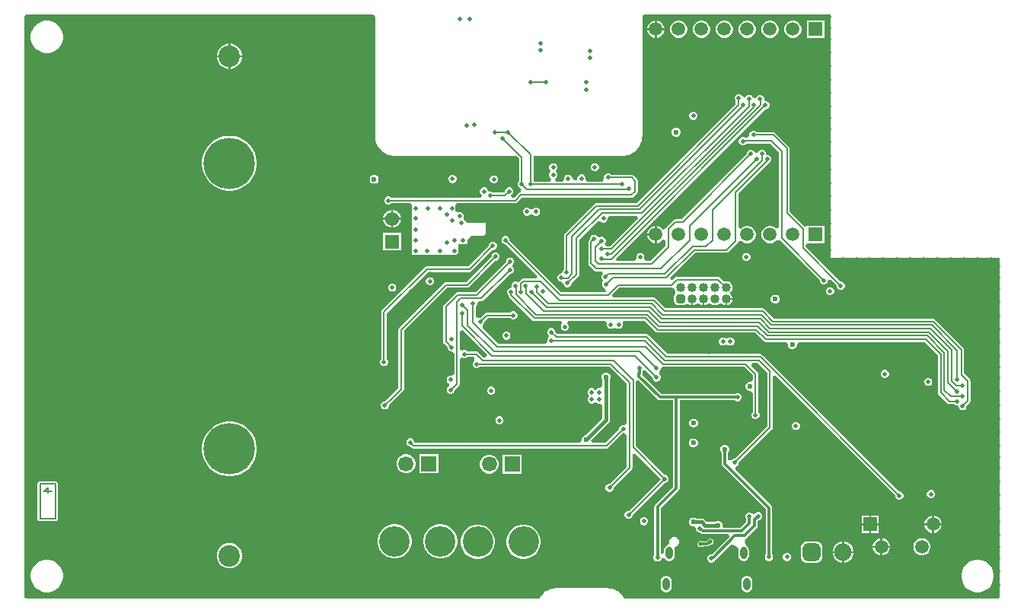
<source format=gbr>
%TF.GenerationSoftware,Altium Limited,Altium Designer,24.7.2 (38)*%
G04 Layer_Physical_Order=4*
G04 Layer_Color=16711680*
%FSLAX45Y45*%
%MOMM*%
%TF.SameCoordinates,33B871D1-E8D8-480E-9A2D-2420748CAAD8*%
%TF.FilePolarity,Positive*%
%TF.FileFunction,Copper,L4,Bot,Signal*%
%TF.Part,Single*%
G01*
G75*
%TA.AperFunction,Conductor*%
%ADD10C,0.30000*%
%ADD70C,0.20000*%
%ADD71C,0.40000*%
%TA.AperFunction,NonConductor*%
%ADD73C,0.20000*%
%TA.AperFunction,ComponentPad*%
%ADD74R,1.50000X1.50000*%
%ADD75C,1.50000*%
%ADD76O,0.80000X1.40000*%
%ADD77C,2.40000*%
%ADD78C,5.70000*%
%ADD79C,0.10000*%
%ADD80C,1.57000*%
%ADD81R,1.57000X1.57000*%
%ADD82C,1.01600*%
G04:AMPARAMS|DCode=83|XSize=1.016mm|YSize=1.016mm|CornerRadius=0.254mm|HoleSize=0mm|Usage=FLASHONLY|Rotation=0.000|XOffset=0mm|YOffset=0mm|HoleType=Round|Shape=RoundedRectangle|*
%AMROUNDEDRECTD83*
21,1,1.01600,0.50800,0,0,0.0*
21,1,0.50800,1.01600,0,0,0.0*
1,1,0.50800,0.25400,-0.25400*
1,1,0.50800,-0.25400,-0.25400*
1,1,0.50800,-0.25400,0.25400*
1,1,0.50800,0.25400,0.25400*
%
%ADD83ROUNDEDRECTD83*%
%ADD84C,1.69000*%
%ADD85R,1.69000X1.69000*%
%ADD86C,3.40000*%
G04:AMPARAMS|DCode=87|XSize=1.95mm|YSize=1.95mm|CornerRadius=0.4875mm|HoleSize=0mm|Usage=FLASHONLY|Rotation=0.000|XOffset=0mm|YOffset=0mm|HoleType=Round|Shape=RoundedRectangle|*
%AMROUNDEDRECTD87*
21,1,1.95000,0.97500,0,0,0.0*
21,1,0.97500,1.95000,0,0,0.0*
1,1,0.97500,0.48750,-0.48750*
1,1,0.97500,-0.48750,-0.48750*
1,1,0.97500,-0.48750,0.48750*
1,1,0.97500,0.48750,0.48750*
%
%ADD87ROUNDEDRECTD87*%
%ADD88C,1.95000*%
%TA.AperFunction,ViaPad*%
%ADD89C,0.50000*%
%ADD90C,0.60000*%
G36*
X9070000Y3890000D02*
X10949138D01*
Y127000D01*
Y124426D01*
X10948134Y119376D01*
X10946163Y114619D01*
X10943303Y110338D01*
X10939662Y106697D01*
X10935381Y103836D01*
X10930624Y101866D01*
X10925574Y100862D01*
X6774586D01*
X6770620Y108902D01*
X6758406Y127181D01*
X6751886Y134616D01*
X6745863Y142465D01*
X6730318Y158010D01*
X6722472Y164031D01*
X6715035Y170553D01*
X6696755Y182767D01*
X6687883Y187143D01*
X6679316Y192089D01*
X6659005Y200502D01*
X6649451Y203062D01*
X6640083Y206242D01*
X6618521Y210530D01*
X6611106Y211016D01*
X6603796Y212347D01*
X6592804Y212887D01*
X6590322Y212683D01*
X6587853Y213008D01*
X6012147D01*
X6009677Y212683D01*
X6007195Y212887D01*
X5996203Y212347D01*
X5988894Y211016D01*
X5981478Y210530D01*
X5959916Y206242D01*
X5950548Y203062D01*
X5940994Y200502D01*
X5920683Y192089D01*
X5912117Y187143D01*
X5903244Y182767D01*
X5884965Y170553D01*
X5877531Y164033D01*
X5869681Y158010D01*
X5854136Y142465D01*
X5848116Y134619D01*
X5841593Y127182D01*
X5829379Y108902D01*
X5825414Y100862D01*
X124426D01*
X119375Y101866D01*
X114619Y103836D01*
X110338Y106697D01*
X106697Y110338D01*
X103836Y114619D01*
X101866Y119375D01*
X100862Y124426D01*
Y127000D01*
Y6573000D01*
Y6575574D01*
X101866Y6580625D01*
X103836Y6585381D01*
X106697Y6589662D01*
X110338Y6593303D01*
X114619Y6596163D01*
X119376Y6598134D01*
X124426Y6599138D01*
X3975574D01*
X3980623Y6598134D01*
X3985381Y6596163D01*
X3989662Y6593303D01*
X3993303Y6589662D01*
X3996163Y6585381D01*
X3998134Y6580624D01*
X3999138Y6575574D01*
Y5252000D01*
X3999463Y5249533D01*
X3999260Y5247052D01*
X3999871Y5234604D01*
X4001202Y5227292D01*
X4001688Y5219875D01*
X4006545Y5195457D01*
X4009724Y5186090D01*
X4012284Y5176536D01*
X4021812Y5153535D01*
X4026758Y5144968D01*
X4031133Y5136096D01*
X4044964Y5115396D01*
X4051485Y5107961D01*
X4057508Y5100112D01*
X4075112Y5082508D01*
X4082960Y5076486D01*
X4090396Y5069964D01*
X4111096Y5056133D01*
X4119968Y5051758D01*
X4128535Y5046812D01*
X4151536Y5037285D01*
X4161091Y5034724D01*
X4170457Y5031545D01*
X4194875Y5026688D01*
X4202292Y5026202D01*
X4209604Y5024871D01*
X4222052Y5024260D01*
X4224533Y5024463D01*
X4227000Y5024139D01*
X4773000D01*
X4775467Y5024463D01*
X4777948Y5024260D01*
X4790396Y5024871D01*
X4791105Y5025000D01*
X5571742D01*
X5599412Y4997330D01*
Y4743052D01*
X5591851Y4735490D01*
X5585000Y4718951D01*
Y4701049D01*
X5591851Y4684510D01*
X5604509Y4671851D01*
X5621049Y4665000D01*
X5621370D01*
X5632433Y4650588D01*
X5622033Y4625492D01*
X5618335Y4620257D01*
X5608295Y4618259D01*
X5598371Y4611629D01*
X5598371Y4611628D01*
X5547330Y4560588D01*
X5518408D01*
X5512441Y4590588D01*
X5515490Y4591851D01*
X5528149Y4604509D01*
X5535000Y4621049D01*
Y4638951D01*
X5528149Y4655490D01*
X5515490Y4668149D01*
X5498951Y4675000D01*
X5481049D01*
X5464510Y4668149D01*
X5451851Y4655490D01*
X5445000Y4638951D01*
Y4628258D01*
X5432330Y4615588D01*
X5313052D01*
X5305491Y4623149D01*
X5288951Y4630000D01*
X5271049D01*
X5249034Y4653353D01*
X5248149Y4655490D01*
X5235490Y4668149D01*
X5218951Y4675000D01*
X5201049D01*
X5184510Y4668149D01*
X5171851Y4655490D01*
X5165000Y4638951D01*
Y4621049D01*
X5171851Y4604509D01*
X5184510Y4591851D01*
X5187559Y4590588D01*
X5181592Y4560588D01*
X4183052D01*
X4175491Y4568149D01*
X4158951Y4575000D01*
X4141049D01*
X4124510Y4568149D01*
X4111851Y4555491D01*
X4105000Y4538951D01*
Y4521049D01*
X4111851Y4504510D01*
X4124510Y4491851D01*
X4141049Y4485000D01*
X4158951D01*
X4175491Y4491851D01*
X4183052Y4499412D01*
X4390541D01*
X4412500Y4480000D01*
X4412500Y4469412D01*
Y3925000D01*
X4902496D01*
X4927500Y3950003D01*
Y4042500D01*
X5025000D01*
Y4095000D01*
X5070000Y4140000D01*
X5207500Y4140000D01*
X5230000Y4162500D01*
Y4280000D01*
X5024999Y4282500D01*
X4987500Y4320000D01*
X4985000Y4346049D01*
Y4363951D01*
X4978149Y4380490D01*
X4965490Y4393149D01*
X4948951Y4400000D01*
X4931049D01*
X4925000Y4397494D01*
X4898646Y4410972D01*
X4895000Y4415068D01*
X4895000Y4480000D01*
X4916959Y4499412D01*
X5559999D01*
X5560000Y4499412D01*
X5571705Y4501741D01*
X5581629Y4508371D01*
X5632670Y4559412D01*
X6849999D01*
X6850000Y4559412D01*
X6861705Y4561741D01*
X6871629Y4568371D01*
X6911628Y4608371D01*
X6911629Y4608371D01*
X6918259Y4618294D01*
X6920588Y4630000D01*
Y4749999D01*
X6920588Y4750000D01*
X6918259Y4761705D01*
X6911629Y4771629D01*
X6911628Y4771630D01*
X6876629Y4806629D01*
X6866705Y4813259D01*
X6855000Y4815588D01*
X6854999Y4815588D01*
X6623052D01*
X6615490Y4823149D01*
X6598951Y4830000D01*
X6581049D01*
X6564510Y4823149D01*
X6551851Y4810491D01*
X6545000Y4793951D01*
Y4776049D01*
X6546745Y4771838D01*
X6531185Y4743407D01*
X6529171Y4741838D01*
X6362443D01*
X6340000Y4766049D01*
Y4783951D01*
X6333149Y4800491D01*
X6320491Y4813149D01*
X6303951Y4820000D01*
X6286049D01*
X6269510Y4813149D01*
X6256851Y4800491D01*
X6250000Y4783951D01*
Y4766049D01*
X6240082Y4755349D01*
X6218624Y4754672D01*
X6192359Y4779968D01*
Y4781592D01*
X6185508Y4798131D01*
X6172850Y4810790D01*
X6156310Y4817641D01*
X6138408D01*
X6121869Y4810790D01*
X6109210Y4798131D01*
X6102359Y4781592D01*
Y4763690D01*
X6078939Y4741838D01*
X6005148D01*
X5999181Y4771838D01*
X6005217Y4774338D01*
X6017875Y4786996D01*
X6024726Y4803536D01*
Y4821438D01*
X6017875Y4837977D01*
X6008329Y4856380D01*
X6018149Y4874510D01*
X6025000Y4891049D01*
Y4908951D01*
X6018149Y4925491D01*
X6005490Y4938149D01*
X5988951Y4945000D01*
X5971049D01*
X5954510Y4938149D01*
X5941851Y4925491D01*
X5935000Y4908951D01*
Y4891049D01*
X5941851Y4874510D01*
X5951398Y4856107D01*
X5941577Y4837977D01*
X5934726Y4821438D01*
Y4803536D01*
X5941577Y4786996D01*
X5954236Y4774338D01*
X5960271Y4771838D01*
X5954304Y4741838D01*
X5761802D01*
X5760588Y4743052D01*
Y5025000D01*
X6228895D01*
X6229604Y5024871D01*
X6242052Y5024260D01*
X6244533Y5024463D01*
X6247000Y5024139D01*
X6743000D01*
X6745467Y5024463D01*
X6747948Y5024260D01*
X6760396Y5024871D01*
X6767708Y5026202D01*
X6775125Y5026688D01*
X6799543Y5031545D01*
X6808910Y5034724D01*
X6818464Y5037285D01*
X6841465Y5046812D01*
X6850032Y5051758D01*
X6858903Y5056133D01*
X6879604Y5069964D01*
X6887039Y5076485D01*
X6894888Y5082508D01*
X6912492Y5100112D01*
X6918514Y5107960D01*
X6925035Y5115396D01*
X6938867Y5136096D01*
X6943242Y5144968D01*
X6948188Y5153535D01*
X6957715Y5176536D01*
X6960276Y5186091D01*
X6963455Y5195457D01*
X6968312Y5219875D01*
X6968798Y5227290D01*
X6970129Y5234602D01*
X6970740Y5247050D01*
X6970537Y5249532D01*
X6970862Y5252000D01*
Y6575574D01*
X6971866Y6580625D01*
X6973836Y6585381D01*
X6976697Y6589662D01*
X6980338Y6593303D01*
X6984618Y6596163D01*
X6989376Y6598134D01*
X6994426Y6599138D01*
X6997000D01*
X9069999Y6599139D01*
X9070000Y3890000D01*
D02*
G37*
%LPC*%
G36*
X7134507Y6531000D02*
X7132001D01*
Y6446001D01*
X7217000D01*
Y6448507D01*
X7210526Y6472669D01*
X7198019Y6494331D01*
X7180331Y6512019D01*
X7158668Y6524526D01*
X7134507Y6531000D01*
D02*
G37*
G36*
X7112001D02*
X7109493D01*
X7085332Y6524526D01*
X7063669Y6512019D01*
X7045981Y6494331D01*
X7033474Y6472669D01*
X7027000Y6448507D01*
Y6446001D01*
X7112001D01*
Y6531000D01*
D02*
G37*
G36*
X8995000D02*
X8805000D01*
Y6341000D01*
X8995000D01*
Y6531000D01*
D02*
G37*
G36*
X8658507D02*
X8633493D01*
X8609332Y6524526D01*
X8587669Y6512019D01*
X8569981Y6494331D01*
X8557474Y6472669D01*
X8551000Y6448507D01*
Y6423493D01*
X8557474Y6399332D01*
X8569981Y6377669D01*
X8587669Y6359981D01*
X8609332Y6347474D01*
X8633493Y6341000D01*
X8658507D01*
X8682668Y6347474D01*
X8704331Y6359981D01*
X8722019Y6377669D01*
X8734526Y6399332D01*
X8741000Y6423493D01*
Y6448507D01*
X8734526Y6472669D01*
X8722019Y6494331D01*
X8704331Y6512019D01*
X8682668Y6524526D01*
X8658507Y6531000D01*
D02*
G37*
G36*
X8404507D02*
X8379493D01*
X8355332Y6524526D01*
X8333669Y6512019D01*
X8315981Y6494331D01*
X8303474Y6472669D01*
X8297000Y6448507D01*
Y6423493D01*
X8303474Y6399332D01*
X8315981Y6377669D01*
X8333669Y6359981D01*
X8355332Y6347474D01*
X8379493Y6341000D01*
X8404507D01*
X8428668Y6347474D01*
X8450331Y6359981D01*
X8468019Y6377669D01*
X8480526Y6399332D01*
X8487000Y6423493D01*
Y6448507D01*
X8480526Y6472669D01*
X8468019Y6494331D01*
X8450331Y6512019D01*
X8428668Y6524526D01*
X8404507Y6531000D01*
D02*
G37*
G36*
X8150507D02*
X8125493D01*
X8101332Y6524526D01*
X8079669Y6512019D01*
X8061981Y6494331D01*
X8049474Y6472669D01*
X8043000Y6448507D01*
Y6423493D01*
X8049474Y6399332D01*
X8061981Y6377669D01*
X8079669Y6359981D01*
X8101332Y6347474D01*
X8125493Y6341000D01*
X8150507D01*
X8174668Y6347474D01*
X8196331Y6359981D01*
X8214019Y6377669D01*
X8226526Y6399332D01*
X8233000Y6423493D01*
Y6448507D01*
X8226526Y6472669D01*
X8214019Y6494331D01*
X8196331Y6512019D01*
X8174668Y6524526D01*
X8150507Y6531000D01*
D02*
G37*
G36*
X7896507D02*
X7871493D01*
X7847332Y6524526D01*
X7825669Y6512019D01*
X7807981Y6494331D01*
X7795474Y6472669D01*
X7789000Y6448507D01*
Y6423493D01*
X7795474Y6399332D01*
X7807981Y6377669D01*
X7825669Y6359981D01*
X7847332Y6347474D01*
X7871493Y6341000D01*
X7896507D01*
X7920668Y6347474D01*
X7942331Y6359981D01*
X7960019Y6377669D01*
X7972526Y6399332D01*
X7979000Y6423493D01*
Y6448507D01*
X7972526Y6472669D01*
X7960019Y6494331D01*
X7942331Y6512019D01*
X7920668Y6524526D01*
X7896507Y6531000D01*
D02*
G37*
G36*
X7642507D02*
X7617493D01*
X7593332Y6524526D01*
X7571669Y6512019D01*
X7553981Y6494331D01*
X7541474Y6472669D01*
X7535000Y6448507D01*
Y6423493D01*
X7541474Y6399332D01*
X7553981Y6377669D01*
X7571669Y6359981D01*
X7593332Y6347474D01*
X7617493Y6341000D01*
X7642507D01*
X7666668Y6347474D01*
X7688331Y6359981D01*
X7706019Y6377669D01*
X7718526Y6399332D01*
X7725000Y6423493D01*
Y6448507D01*
X7718526Y6472669D01*
X7706019Y6494331D01*
X7688331Y6512019D01*
X7666668Y6524526D01*
X7642507Y6531000D01*
D02*
G37*
G36*
X7388507D02*
X7363493D01*
X7339332Y6524526D01*
X7317669Y6512019D01*
X7299981Y6494331D01*
X7287474Y6472669D01*
X7281000Y6448507D01*
Y6423493D01*
X7287474Y6399332D01*
X7299981Y6377669D01*
X7317669Y6359981D01*
X7339332Y6347474D01*
X7363493Y6341000D01*
X7388507D01*
X7412668Y6347474D01*
X7434331Y6359981D01*
X7452019Y6377669D01*
X7464526Y6399332D01*
X7471000Y6423493D01*
Y6448507D01*
X7464526Y6472669D01*
X7452019Y6494331D01*
X7434331Y6512019D01*
X7412668Y6524526D01*
X7388507Y6531000D01*
D02*
G37*
G36*
X7217000Y6426001D02*
X7132001D01*
Y6341000D01*
X7134507D01*
X7158668Y6347474D01*
X7180331Y6359981D01*
X7198019Y6377669D01*
X7210526Y6399332D01*
X7217000Y6423493D01*
Y6426001D01*
D02*
G37*
G36*
X7112001D02*
X7027000D01*
Y6423493D01*
X7033474Y6399332D01*
X7045981Y6377669D01*
X7063669Y6359981D01*
X7085332Y6347474D01*
X7109493Y6341000D01*
X7112001D01*
Y6426001D01*
D02*
G37*
G36*
X367728Y6530000D02*
X332272D01*
X297496Y6523083D01*
X264738Y6509514D01*
X235257Y6489815D01*
X210185Y6464743D01*
X190486Y6435262D01*
X176917Y6402504D01*
X170000Y6367728D01*
Y6332272D01*
X176917Y6297496D01*
X190486Y6264738D01*
X210185Y6235257D01*
X235257Y6210185D01*
X264738Y6190486D01*
X297496Y6176917D01*
X332272Y6170000D01*
X367728D01*
X402504Y6176917D01*
X435262Y6190486D01*
X464743Y6210185D01*
X489815Y6235257D01*
X509514Y6264738D01*
X523083Y6297496D01*
X530000Y6332272D01*
Y6367728D01*
X523083Y6402504D01*
X509514Y6435262D01*
X489815Y6464743D01*
X464743Y6489815D01*
X435262Y6509514D01*
X402504Y6523083D01*
X367728Y6530000D01*
D02*
G37*
G36*
X2398431Y6275000D02*
X2390000D01*
Y6145001D01*
X2520000D01*
Y6153431D01*
X2510459Y6189038D01*
X2492028Y6220962D01*
X2465962Y6247028D01*
X2434038Y6265459D01*
X2398431Y6275000D01*
D02*
G37*
G36*
X2370000D02*
X2361569D01*
X2325962Y6265459D01*
X2294038Y6247028D01*
X2267972Y6220962D01*
X2249541Y6189038D01*
X2240000Y6153431D01*
Y6145001D01*
X2370000D01*
Y6275000D01*
D02*
G37*
G36*
X2520000Y6125001D02*
X2390000D01*
Y5995000D01*
X2398431D01*
X2434038Y6004541D01*
X2465962Y6022972D01*
X2492028Y6049038D01*
X2510459Y6080962D01*
X2520000Y6116569D01*
Y6125001D01*
D02*
G37*
G36*
X2370000D02*
X2240000D01*
Y6116569D01*
X2249541Y6080962D01*
X2267972Y6049038D01*
X2294038Y6022972D01*
X2325962Y6004541D01*
X2361569Y5995000D01*
X2370000D01*
Y6125001D01*
D02*
G37*
G36*
X7548951Y5516930D02*
X7531049D01*
X7514509Y5510079D01*
X7501851Y5497421D01*
X7495000Y5480881D01*
Y5462979D01*
X7501851Y5446440D01*
X7514509Y5433781D01*
X7531049Y5426930D01*
X7548951D01*
X7565490Y5433781D01*
X7578149Y5446440D01*
X7585000Y5462979D01*
Y5480881D01*
X7578149Y5497421D01*
X7565490Y5510079D01*
X7548951Y5516930D01*
D02*
G37*
G36*
X7359946Y5340000D02*
X7340054D01*
X7321677Y5332388D01*
X7307612Y5318323D01*
X7300000Y5299946D01*
Y5280054D01*
X7307612Y5261677D01*
X7321677Y5247612D01*
X7340054Y5240000D01*
X7359946D01*
X7378323Y5247612D01*
X7392388Y5261677D01*
X7400000Y5280054D01*
Y5299946D01*
X7392388Y5318323D01*
X7378323Y5332388D01*
X7359946Y5340000D01*
D02*
G37*
G36*
X8216169Y5305000D02*
X8198268D01*
X8181728Y5298149D01*
X8169070Y5285490D01*
X8162219Y5268951D01*
Y5251049D01*
X8145532Y5231671D01*
X8115490Y5228149D01*
X8098951Y5235000D01*
X8081049D01*
X8064510Y5228149D01*
X8051851Y5215490D01*
X8045000Y5198951D01*
Y5181049D01*
X8051851Y5164510D01*
X8064510Y5151851D01*
X8081049Y5145000D01*
X8098951D01*
X8115490Y5151851D01*
X8128051Y5164412D01*
X8392330D01*
X8489412Y5067330D01*
Y4229109D01*
X8459412Y4216937D01*
X8450331Y4226019D01*
X8428668Y4238526D01*
X8404507Y4245000D01*
X8379493D01*
X8355332Y4238526D01*
X8333669Y4226019D01*
X8315981Y4208331D01*
X8303474Y4186669D01*
X8297000Y4162507D01*
Y4137493D01*
X8303474Y4113332D01*
X8315981Y4091669D01*
X8333669Y4073981D01*
X8355332Y4061474D01*
X8379493Y4055000D01*
X8404507D01*
X8428668Y4061474D01*
X8450331Y4073981D01*
X8464910Y4088561D01*
X8466145Y4089008D01*
X8486728Y4089636D01*
X8497114Y4088507D01*
X8499883Y4086859D01*
X8945000Y3641742D01*
Y3631049D01*
X8951851Y3614510D01*
X8964510Y3601851D01*
X8981049Y3595000D01*
X8998951D01*
X9015490Y3601851D01*
X9028149Y3614510D01*
X9035000Y3631049D01*
Y3639316D01*
X9063026Y3653716D01*
X9135000Y3581742D01*
Y3571049D01*
X9141851Y3554510D01*
X9154510Y3541851D01*
X9171049Y3535000D01*
X9188951D01*
X9205490Y3541851D01*
X9218149Y3554510D01*
X9225000Y3571049D01*
Y3588951D01*
X9218149Y3605490D01*
X9205490Y3618149D01*
X9188951Y3625000D01*
X9178258D01*
X8790588Y4012670D01*
Y4030970D01*
X8805000Y4055000D01*
X8820588Y4055000D01*
X8995000D01*
Y4245000D01*
X8808776D01*
X8805000Y4245000D01*
X8775000Y4238258D01*
X8610588Y4402670D01*
Y5110000D01*
X8608259Y5121705D01*
X8601629Y5131629D01*
X8601628Y5131629D01*
X8451629Y5281629D01*
X8441705Y5288259D01*
X8430000Y5290588D01*
X8429999Y5290588D01*
X8240270D01*
X8232709Y5298149D01*
X8216169Y5305000D01*
D02*
G37*
G36*
X6453951Y4944260D02*
X6436049D01*
X6419509Y4937409D01*
X6406851Y4924750D01*
X6400000Y4908211D01*
Y4890309D01*
X6406851Y4873770D01*
X6419509Y4861111D01*
X6436049Y4854260D01*
X6453951D01*
X6470490Y4861111D01*
X6483149Y4873770D01*
X6490000Y4890309D01*
Y4908211D01*
X6483149Y4924750D01*
X6470490Y4937409D01*
X6453951Y4944260D01*
D02*
G37*
G36*
X4868951Y4815000D02*
X4851049D01*
X4834510Y4808149D01*
X4821851Y4795491D01*
X4815000Y4778951D01*
Y4761049D01*
X4821851Y4744510D01*
X4834510Y4731851D01*
X4851049Y4725000D01*
X4868951D01*
X4885490Y4731851D01*
X4898149Y4744510D01*
X4905000Y4761049D01*
Y4778951D01*
X4898149Y4795491D01*
X4885490Y4808149D01*
X4868951Y4815000D01*
D02*
G37*
G36*
X5328951Y4810000D02*
X5311049D01*
X5294509Y4803149D01*
X5281851Y4790491D01*
X5275000Y4773951D01*
Y4756049D01*
X5281851Y4739510D01*
X5294509Y4726851D01*
X5311049Y4720000D01*
X5328951D01*
X5345490Y4726851D01*
X5358149Y4739510D01*
X5365000Y4756049D01*
Y4773951D01*
X5358149Y4790491D01*
X5345490Y4803149D01*
X5328951Y4810000D01*
D02*
G37*
G36*
X3999946Y4817500D02*
X3980055D01*
X3961677Y4809888D01*
X3947612Y4795823D01*
X3940000Y4777446D01*
Y4757555D01*
X3947612Y4739177D01*
X3961677Y4725112D01*
X3980055Y4717500D01*
X3999946D01*
X4018323Y4725112D01*
X4032388Y4739177D01*
X4040000Y4757555D01*
Y4777446D01*
X4032388Y4795823D01*
X4018323Y4809888D01*
X3999946Y4817500D01*
D02*
G37*
G36*
X2404004Y5250000D02*
X2355996D01*
X2308579Y5242490D01*
X2262921Y5227655D01*
X2220145Y5205859D01*
X2181306Y5177641D01*
X2147359Y5143694D01*
X2119141Y5104855D01*
X2097345Y5062079D01*
X2082510Y5016421D01*
X2075000Y4969004D01*
Y4920996D01*
X2082510Y4873579D01*
X2097345Y4827921D01*
X2119141Y4785145D01*
X2147359Y4746306D01*
X2181306Y4712359D01*
X2220145Y4684141D01*
X2262921Y4662346D01*
X2308579Y4647510D01*
X2355996Y4640000D01*
X2404004D01*
X2451421Y4647510D01*
X2497079Y4662346D01*
X2539855Y4684141D01*
X2578694Y4712359D01*
X2612641Y4746306D01*
X2640859Y4785145D01*
X2662654Y4827921D01*
X2677490Y4873579D01*
X2685000Y4920996D01*
Y4969004D01*
X2677490Y5016421D01*
X2662654Y5062079D01*
X2640859Y5104855D01*
X2612641Y5143694D01*
X2578694Y5177641D01*
X2539855Y5205859D01*
X2497079Y5227655D01*
X2451421Y5242490D01*
X2404004Y5250000D01*
D02*
G37*
G36*
X8052165Y5712023D02*
X8034263D01*
X8017724Y5705172D01*
X8005065Y5692514D01*
X7998214Y5675974D01*
Y5658073D01*
X8005065Y5641533D01*
X8010669Y5635929D01*
Y5603927D01*
X6907330Y4500588D01*
X6460001D01*
X6460000Y4500588D01*
X6448295Y4498259D01*
X6438371Y4491629D01*
X6438371Y4491628D01*
X6108041Y4161299D01*
X6101411Y4151375D01*
X6099082Y4139670D01*
X6099082Y4139669D01*
Y3765821D01*
X6091521Y3758260D01*
X6084670Y3741720D01*
X6080505Y3722264D01*
X6061049Y3715000D01*
X6044510Y3708149D01*
X6031851Y3695490D01*
X6025000Y3678951D01*
Y3661049D01*
X6031851Y3644510D01*
X6044510Y3631851D01*
X6061049Y3625000D01*
X6067284D01*
X6081302Y3621308D01*
X6095000Y3599798D01*
X6101851Y3583259D01*
X6114509Y3570601D01*
X6131049Y3563750D01*
X6148951D01*
X6165490Y3570601D01*
X6178149Y3583259D01*
X6185000Y3599799D01*
Y3610492D01*
X6261628Y3687120D01*
X6261629Y3687121D01*
X6268259Y3697044D01*
X6270588Y3708750D01*
Y4095111D01*
X6474233Y4298757D01*
X6512132Y4294229D01*
X6514509Y4291851D01*
X6531049Y4285000D01*
X6548951D01*
X6565490Y4291851D01*
X6578149Y4304510D01*
X6585000Y4321049D01*
Y4338951D01*
X6608996Y4359412D01*
X6913821D01*
X6925302Y4331696D01*
X6614193Y4020588D01*
X6566582D01*
X6555168Y4048302D01*
X6558149Y4054510D01*
X6565000Y4071049D01*
Y4088951D01*
X6558149Y4105490D01*
X6545490Y4118149D01*
X6528951Y4125000D01*
X6511049D01*
X6506505Y4123118D01*
X6494464Y4118174D01*
X6474015Y4129130D01*
X6461356Y4141788D01*
X6444817Y4148639D01*
X6426915D01*
X6410376Y4141788D01*
X6397717Y4129130D01*
X6390866Y4112590D01*
Y4101897D01*
X6378371Y4089402D01*
X6371741Y4079479D01*
X6369412Y4067773D01*
X6369412Y4067772D01*
Y3830001D01*
X6369412Y3830000D01*
X6371741Y3818295D01*
X6378371Y3808371D01*
X6438371Y3748371D01*
X6448295Y3741741D01*
X6460000Y3739412D01*
X6460001Y3739412D01*
X6521338D01*
X6522685Y3737280D01*
X6530536Y3709412D01*
X6523853Y3702729D01*
X6517002Y3686190D01*
Y3668288D01*
X6523853Y3651749D01*
X6536491Y3639040D01*
X6525411Y3611216D01*
X6522530Y3604263D01*
Y3586361D01*
X6529381Y3569821D01*
X6542040Y3557163D01*
X6555329Y3551658D01*
X6560371Y3545618D01*
X6570035Y3520312D01*
X6563249Y3510588D01*
X6072670D01*
X5495000Y4088258D01*
Y4098951D01*
X5488149Y4115490D01*
X5475490Y4128149D01*
X5458951Y4135000D01*
X5441049D01*
X5424510Y4128149D01*
X5411851Y4115490D01*
X5405000Y4098951D01*
Y4081049D01*
X5411851Y4064510D01*
X5424510Y4051851D01*
X5441049Y4045000D01*
X5451742D01*
X5808438Y3688304D01*
X5796957Y3660588D01*
X5647444D01*
X5647443Y3660588D01*
X5635738Y3658259D01*
X5625814Y3651629D01*
X5625814Y3651628D01*
X5595431Y3621246D01*
X5593771Y3618762D01*
X5587550Y3618149D01*
X5571011Y3625000D01*
X5553109D01*
X5536570Y3618149D01*
X5523911Y3605490D01*
X5517060Y3588951D01*
Y3571049D01*
X5501049Y3555000D01*
X5484509Y3548149D01*
X5471851Y3535491D01*
X5465000Y3518951D01*
Y3501049D01*
X5471851Y3484510D01*
X5484061Y3472300D01*
X5485631Y3464404D01*
X5492262Y3454481D01*
X5748371Y3198372D01*
X5748371Y3198372D01*
X5758295Y3191741D01*
X5770000Y3189413D01*
X6071576D01*
X6077668Y3177042D01*
X6080773Y3159413D01*
X6071851Y3150491D01*
X6065000Y3133951D01*
Y3116049D01*
X6071851Y3099510D01*
X6084510Y3086851D01*
X6101049Y3080000D01*
X6118951D01*
X6135490Y3086851D01*
X6148149Y3099510D01*
X6155000Y3116049D01*
Y3133951D01*
X6148149Y3150491D01*
X6139227Y3159413D01*
X6142332Y3177042D01*
X6148424Y3189413D01*
X6559689D01*
X6563098Y3186501D01*
X6577262Y3159413D01*
X6575000Y3153951D01*
Y3136049D01*
X6581851Y3119510D01*
X6594510Y3106851D01*
X6611049Y3100000D01*
X6628951D01*
X6645490Y3106851D01*
X6665000Y3116220D01*
X6684510Y3106851D01*
X6701049Y3100000D01*
X6718951D01*
X6735490Y3106851D01*
X6748149Y3119510D01*
X6755000Y3136049D01*
Y3153951D01*
X6752738Y3159413D01*
X6766902Y3186501D01*
X6770311Y3189413D01*
X6997330D01*
X7118371Y3068372D01*
X7128294Y3061741D01*
X7140000Y3059413D01*
X8224488D01*
X8321238Y2962663D01*
X8321239Y2962662D01*
X8331162Y2956031D01*
X8342868Y2953703D01*
X8565591D01*
X8590000Y2934236D01*
Y2914345D01*
X8597612Y2895968D01*
X8611677Y2881903D01*
X8630054Y2874291D01*
X8649945D01*
X8668323Y2881903D01*
X8682388Y2895968D01*
X8690000Y2914345D01*
Y2934236D01*
X8714408Y2953703D01*
X10110197D01*
X10259412Y2804488D01*
Y2390001D01*
X10259412Y2389999D01*
X10261741Y2378294D01*
X10268371Y2368370D01*
X10363370Y2273372D01*
X10363370Y2273371D01*
X10373294Y2266741D01*
X10384999Y2264412D01*
X10436948D01*
X10444509Y2256851D01*
X10461049Y2250000D01*
X10479420Y2248629D01*
X10485719Y2230257D01*
X10492570Y2213718D01*
X10505228Y2201059D01*
X10521768Y2194208D01*
X10539670D01*
X10556209Y2201059D01*
X10568868Y2213718D01*
X10575719Y2230257D01*
Y2240951D01*
X10611629Y2276860D01*
X10618259Y2286784D01*
X10620588Y2298489D01*
X10620587Y2298490D01*
Y2520000D01*
X10618259Y2531705D01*
X10611629Y2541629D01*
X10550587Y2602670D01*
Y2870000D01*
X10548259Y2881706D01*
X10541629Y2891629D01*
X10227339Y3205919D01*
X10217415Y3212550D01*
X10205710Y3214878D01*
X10205709Y3214878D01*
X8438380D01*
X8331629Y3321629D01*
X8321705Y3328259D01*
X8310000Y3330588D01*
X8309999Y3330588D01*
X7232670D01*
X7121629Y3441629D01*
X7111705Y3448259D01*
X7100000Y3450588D01*
X7099999Y3450588D01*
X6646272D01*
X6633845Y3480588D01*
X6712670Y3559412D01*
X7293256D01*
X7293257Y3559412D01*
X7295200Y3559799D01*
X7311589Y3555909D01*
X7328267Y3541231D01*
X7330025Y3534672D01*
X7339346Y3518528D01*
X7337868Y3493131D01*
X7327834Y3478114D01*
X7324310Y3460400D01*
Y3409600D01*
X7327834Y3391886D01*
X7337868Y3376868D01*
X7352886Y3366834D01*
X7370600Y3363311D01*
X7421400D01*
X7439114Y3366834D01*
X7454132Y3376868D01*
X7479528Y3378346D01*
X7495672Y3369025D01*
X7513000Y3364382D01*
Y3435000D01*
X7533000D01*
Y3364382D01*
X7550328Y3369025D01*
X7566355Y3378278D01*
X7566495Y3378357D01*
X7586500Y3388170D01*
X7606505Y3378357D01*
X7606645Y3378278D01*
X7622672Y3369025D01*
X7640000Y3364382D01*
Y3435000D01*
X7660000D01*
Y3364382D01*
X7677328Y3369025D01*
X7693355Y3378278D01*
X7693495Y3378357D01*
X7713500Y3388170D01*
X7733505Y3378357D01*
X7733645Y3378278D01*
X7749672Y3369025D01*
X7767679Y3364200D01*
X7786321D01*
X7804328Y3369025D01*
X7820355Y3378278D01*
X7820495Y3378357D01*
X7840500Y3388170D01*
X7860505Y3378357D01*
X7860645Y3378278D01*
X7876672Y3369025D01*
X7894000Y3364382D01*
Y3435000D01*
X7904000D01*
Y3445000D01*
X7974618D01*
X7969975Y3462328D01*
X7960722Y3478355D01*
X7960643Y3478495D01*
X7950830Y3498500D01*
X7960643Y3518505D01*
X7960722Y3518645D01*
X7969975Y3534672D01*
X7974800Y3552679D01*
Y3571321D01*
X7969975Y3589328D01*
X7960654Y3605472D01*
X7947472Y3618654D01*
X7931328Y3627975D01*
X7913321Y3632800D01*
X7894679D01*
X7880308Y3628949D01*
X7837629Y3671629D01*
X7827705Y3678259D01*
X7816000Y3680588D01*
X7815999Y3680588D01*
X7353259D01*
X7353257Y3680588D01*
X7341552Y3678259D01*
X7331628Y3671629D01*
X7298777Y3638777D01*
X7294751Y3639067D01*
X7283294Y3669808D01*
X7283396Y3670138D01*
X7562670Y3949412D01*
X7909999D01*
X7910000Y3949412D01*
X7921705Y3951741D01*
X7931629Y3958371D01*
X8031628Y4058371D01*
X8031629Y4058371D01*
X8038259Y4068295D01*
X8039364Y4073847D01*
X8057779Y4081755D01*
X8070588Y4083063D01*
X8079669Y4073981D01*
X8101332Y4061474D01*
X8125493Y4055000D01*
X8150507D01*
X8174668Y4061474D01*
X8196331Y4073981D01*
X8214019Y4091669D01*
X8226526Y4113332D01*
X8233000Y4137493D01*
Y4162507D01*
X8226526Y4186669D01*
X8214019Y4208331D01*
X8196331Y4226019D01*
X8174668Y4238526D01*
X8150507Y4245000D01*
X8125493D01*
X8101332Y4238526D01*
X8079669Y4226019D01*
X8070588Y4216937D01*
X8040588Y4229109D01*
Y4607330D01*
X8375889Y4942631D01*
X8380732Y4949880D01*
X8385490Y4951851D01*
X8398149Y4964510D01*
X8405000Y4981049D01*
Y4998951D01*
X8398149Y5015490D01*
X8385490Y5028149D01*
X8368951Y5035000D01*
X8349829Y5039829D01*
X8345000Y5058951D01*
X8338149Y5075490D01*
X8325490Y5088149D01*
X8308951Y5095000D01*
X8291049D01*
X8274509Y5088149D01*
X8261851Y5075490D01*
X8256222Y5061901D01*
X8246187Y5058951D01*
X8225000Y5058952D01*
X8218149Y5075490D01*
X8205490Y5088149D01*
X8188951Y5095000D01*
X8171049D01*
X8154509Y5088149D01*
X8141851Y5075490D01*
X8135000Y5058951D01*
Y5048258D01*
X7407330Y4320588D01*
X7340000D01*
X7328295Y4318259D01*
X7318371Y4311629D01*
X7238371Y4231629D01*
X7231741Y4221705D01*
X7229997Y4212943D01*
X7222457Y4209053D01*
X7199412Y4205917D01*
X7198019Y4208331D01*
X7180331Y4226019D01*
X7158668Y4238526D01*
X7134507Y4245000D01*
X7132001D01*
Y4150001D01*
Y4055000D01*
X7134507D01*
X7158668Y4061474D01*
X7180331Y4073981D01*
X7198019Y4091669D01*
X7199412Y4094083D01*
X7229412Y4086044D01*
Y4022670D01*
X7062330Y3855587D01*
X7010311D01*
X7006902Y3858499D01*
X6992738Y3885588D01*
X6995000Y3891049D01*
Y3908951D01*
X6988149Y3925490D01*
X6975490Y3938149D01*
X6958951Y3945000D01*
X6941049D01*
X6924510Y3938149D01*
X6911851Y3925490D01*
X6905000Y3908951D01*
Y3891049D01*
X6907263Y3885588D01*
X6893098Y3858499D01*
X6889689Y3855587D01*
X6688042D01*
X6676562Y3883304D01*
X8338258Y5545000D01*
X8348951D01*
X8365491Y5551851D01*
X8378149Y5564510D01*
X8385000Y5581049D01*
Y5598951D01*
X8378149Y5615490D01*
X8365491Y5628149D01*
X8348951Y5635000D01*
X8328388Y5649315D01*
X8325897Y5662716D01*
Y5668951D01*
X8319046Y5685491D01*
X8306387Y5698149D01*
X8289848Y5705000D01*
X8271946D01*
X8255406Y5698149D01*
X8242748Y5685491D01*
X8235897Y5668951D01*
X8219770Y5668685D01*
X8200377Y5675654D01*
X8195311Y5687885D01*
X8182652Y5700544D01*
X8166112Y5707395D01*
X8148211D01*
X8131671Y5700544D01*
X8119012Y5687885D01*
X8116146Y5680966D01*
X8114275Y5680632D01*
X8084910Y5683950D01*
X8081363Y5692514D01*
X8068704Y5705172D01*
X8052165Y5712023D01*
D02*
G37*
G36*
X5798951Y4450000D02*
X5781049D01*
X5764509Y4443149D01*
X5758052Y4436692D01*
X5740000Y4432948D01*
X5721948Y4436692D01*
X5715490Y4443149D01*
X5698951Y4450000D01*
X5681049D01*
X5664509Y4443149D01*
X5651851Y4430491D01*
X5645000Y4413951D01*
Y4396049D01*
X5651851Y4379510D01*
X5664509Y4366851D01*
X5681049Y4360000D01*
X5698951D01*
X5715490Y4366851D01*
X5721948Y4373308D01*
X5740000Y4377052D01*
X5758052Y4373308D01*
X5764509Y4366851D01*
X5781049Y4360000D01*
X5798951D01*
X5815490Y4366851D01*
X5828149Y4379510D01*
X5835000Y4396049D01*
Y4413951D01*
X5828149Y4430491D01*
X5815490Y4443149D01*
X5798951Y4450000D01*
D02*
G37*
G36*
X4202968Y4425500D02*
X4200000D01*
Y4337000D01*
X4288500D01*
Y4339968D01*
X4281787Y4365019D01*
X4268820Y4387480D01*
X4250480Y4405819D01*
X4228019Y4418787D01*
X4202968Y4425500D01*
D02*
G37*
G36*
X4180000D02*
X4177032D01*
X4151981Y4418787D01*
X4129520Y4405819D01*
X4111180Y4387480D01*
X4098213Y4365019D01*
X4091500Y4339968D01*
Y4337000D01*
X4180000D01*
Y4425500D01*
D02*
G37*
G36*
X4288500Y4317000D02*
X4200000D01*
Y4228500D01*
X4202968D01*
X4228019Y4235213D01*
X4250480Y4248180D01*
X4268820Y4266520D01*
X4281787Y4288980D01*
X4288500Y4314032D01*
Y4317000D01*
D02*
G37*
G36*
X4180000D02*
X4091500D01*
Y4314032D01*
X4098213Y4288980D01*
X4111180Y4266520D01*
X4129520Y4248180D01*
X4151981Y4235213D01*
X4177032Y4228500D01*
X4180000D01*
Y4317000D01*
D02*
G37*
G36*
X7112001Y4245000D02*
X7109493D01*
X7085332Y4238526D01*
X7063669Y4226019D01*
X7045981Y4208331D01*
X7033474Y4186669D01*
X7027000Y4162507D01*
Y4160001D01*
X7112001D01*
Y4245000D01*
D02*
G37*
G36*
Y4140001D02*
X7027000D01*
Y4137493D01*
X7033474Y4113332D01*
X7045981Y4091669D01*
X7063669Y4073981D01*
X7085332Y4061474D01*
X7109493Y4055000D01*
X7112001D01*
Y4140001D01*
D02*
G37*
G36*
X4288500Y4171500D02*
X4091500D01*
Y3974500D01*
X4288500D01*
Y4171500D01*
D02*
G37*
G36*
X8138951Y3945000D02*
X8121049D01*
X8104510Y3938149D01*
X8091851Y3925490D01*
X8085000Y3908951D01*
Y3891049D01*
X8091851Y3874510D01*
X8104510Y3861851D01*
X8121049Y3855000D01*
X8138951D01*
X8155490Y3861851D01*
X8168149Y3874510D01*
X8175000Y3891049D01*
Y3908951D01*
X8168149Y3925490D01*
X8155490Y3938149D01*
X8138951Y3945000D01*
D02*
G37*
G36*
X5317849Y4069741D02*
X5299947D01*
X5283408Y4062890D01*
X5270749Y4050231D01*
X5263899Y4033692D01*
Y4022998D01*
X5036488Y3795588D01*
X4575001D01*
X4575000Y3795588D01*
X4563294Y3793259D01*
X4553371Y3786629D01*
X4553370Y3786628D01*
X4078371Y3311629D01*
X4071741Y3301705D01*
X4069412Y3290000D01*
X4069412Y3289999D01*
Y2763052D01*
X4061851Y2755491D01*
X4055000Y2738951D01*
Y2721049D01*
X4061851Y2704510D01*
X4074510Y2691851D01*
X4091049Y2685000D01*
X4108951D01*
X4125490Y2691851D01*
X4138149Y2704510D01*
X4145000Y2721049D01*
Y2738951D01*
X4138149Y2755491D01*
X4130588Y2763052D01*
Y3277330D01*
X4587670Y3734412D01*
X5049156D01*
X5049158Y3734412D01*
X5060863Y3736741D01*
X5070786Y3743371D01*
X5307156Y3979741D01*
X5317849D01*
X5334389Y3986592D01*
X5347047Y3999250D01*
X5353898Y4015790D01*
Y4033692D01*
X5347047Y4050231D01*
X5334389Y4062890D01*
X5317849Y4069741D01*
D02*
G37*
G36*
X4618951Y3674600D02*
X4601049D01*
X4584509Y3667749D01*
X4571851Y3655090D01*
X4565000Y3638551D01*
Y3620649D01*
X4571851Y3604109D01*
X4584509Y3591451D01*
X4601049Y3584600D01*
X4618951D01*
X4635490Y3591451D01*
X4648149Y3604109D01*
X4655000Y3620649D01*
Y3638551D01*
X4648149Y3655090D01*
X4635490Y3667749D01*
X4618951Y3674600D01*
D02*
G37*
G36*
X5348951Y3950740D02*
X5331049D01*
X5314510Y3943889D01*
X5301851Y3931231D01*
X5295000Y3914691D01*
Y3903998D01*
X5011590Y3620588D01*
X4790000D01*
X4778295Y3618259D01*
X4768371Y3611629D01*
X4268371Y3111629D01*
X4261741Y3101705D01*
X4259412Y3090000D01*
X4259412Y3089999D01*
Y2442671D01*
X4173371Y2356630D01*
X4173371Y2356629D01*
X4109242Y2292500D01*
X4098549D01*
X4082009Y2285649D01*
X4069351Y2272991D01*
X4062500Y2256451D01*
Y2238549D01*
X4069351Y2222010D01*
X4082009Y2209351D01*
X4098549Y2202500D01*
X4116451D01*
X4132990Y2209351D01*
X4145649Y2222010D01*
X4152500Y2238549D01*
Y2249242D01*
X4216629Y2313372D01*
X4216629Y2313372D01*
X4311628Y2408371D01*
X4311629Y2408372D01*
X4318259Y2418295D01*
X4320588Y2430001D01*
Y3077330D01*
X4802670Y3559412D01*
X5024258D01*
X5024260Y3559412D01*
X5035965Y3561741D01*
X5045889Y3568371D01*
X5338258Y3860740D01*
X5348951D01*
X5365490Y3867591D01*
X5378149Y3880250D01*
X5385000Y3896789D01*
Y3914691D01*
X5378149Y3931231D01*
X5365490Y3943889D01*
X5348951Y3950740D01*
D02*
G37*
G36*
X4198951Y3605000D02*
X4181049D01*
X4164510Y3598149D01*
X4151851Y3585490D01*
X4145000Y3568951D01*
Y3551049D01*
X4151851Y3534510D01*
X4164510Y3521851D01*
X4181049Y3515000D01*
X4198951D01*
X4215491Y3521851D01*
X4228149Y3534510D01*
X4235000Y3551049D01*
Y3568951D01*
X4228149Y3585490D01*
X4215491Y3598149D01*
X4198951Y3605000D01*
D02*
G37*
G36*
X9068951Y3565000D02*
X9051049D01*
X9034509Y3558149D01*
X9021851Y3545490D01*
X9015000Y3528951D01*
Y3511049D01*
X9021851Y3494510D01*
X9034509Y3481851D01*
X9051049Y3475000D01*
X9068951D01*
X9085490Y3481851D01*
X9098149Y3494510D01*
X9105000Y3511049D01*
Y3528951D01*
X9098149Y3545490D01*
X9085490Y3558149D01*
X9068951Y3565000D01*
D02*
G37*
G36*
X5508951Y3895000D02*
X5491049D01*
X5474509Y3888149D01*
X5461851Y3875490D01*
X5455000Y3858951D01*
Y3848258D01*
X5117330Y3510588D01*
X4920000D01*
X4908294Y3508259D01*
X4898371Y3501629D01*
X4898370Y3501628D01*
X4765871Y3369129D01*
X4759241Y3359206D01*
X4756912Y3347500D01*
X4756913Y3347499D01*
Y2957501D01*
X4756912Y2957500D01*
X4759241Y2945794D01*
X4765871Y2935871D01*
X4805000Y2896742D01*
Y2886049D01*
X4811851Y2869510D01*
X4824510Y2856851D01*
X4841049Y2850000D01*
X4858951D01*
X4879412Y2826004D01*
Y2598424D01*
X4849412Y2579809D01*
X4848951Y2580000D01*
X4831049D01*
X4814510Y2573149D01*
X4801851Y2560490D01*
X4795000Y2543951D01*
Y2526049D01*
X4801851Y2509510D01*
X4814510Y2496851D01*
X4824491Y2492716D01*
Y2462284D01*
X4814510Y2458149D01*
X4801851Y2445490D01*
X4795000Y2428951D01*
Y2411049D01*
X4801851Y2394510D01*
X4814510Y2381851D01*
X4831049Y2375000D01*
X4848951D01*
X4865490Y2381851D01*
X4878149Y2394510D01*
X4885000Y2411049D01*
Y2421742D01*
X4931628Y2468371D01*
X4931629Y2468371D01*
X4938259Y2478295D01*
X4940588Y2490000D01*
X4940588Y2490001D01*
Y2763346D01*
X4949860Y2770519D01*
X4970588Y2779333D01*
X4981049Y2775000D01*
X4998951D01*
X5015490Y2781851D01*
X5023052Y2789412D01*
X5093466D01*
X5100854Y2778630D01*
X5104509Y2748149D01*
X5091851Y2735490D01*
X5085000Y2718951D01*
Y2701049D01*
X5091851Y2684509D01*
X5104509Y2671851D01*
X5121049Y2665000D01*
X5138951D01*
X5155490Y2671851D01*
X5163052Y2679412D01*
X6607330D01*
X6799412Y2487331D01*
Y2048424D01*
X6769412Y2029809D01*
X6768951Y2030000D01*
X6751049D01*
X6734510Y2023149D01*
X6721851Y2010491D01*
X6715000Y1993951D01*
Y1983258D01*
X6562330Y1830588D01*
X6418802D01*
X6398415Y1856395D01*
X6398264Y1860588D01*
X6598893Y2061216D01*
X6607733Y2074447D01*
X6610838Y2090054D01*
Y2535073D01*
X6612442Y2536677D01*
X6620054Y2555054D01*
Y2574946D01*
X6612442Y2593323D01*
X6598377Y2607388D01*
X6580000Y2615000D01*
X6560109D01*
X6541731Y2607388D01*
X6527666Y2593323D01*
X6520054Y2574946D01*
Y2555054D01*
X6527666Y2536677D01*
X6529271Y2535073D01*
Y2458566D01*
X6499270Y2439868D01*
X6498951Y2440000D01*
X6481049D01*
X6464510Y2433149D01*
X6450000Y2421923D01*
X6435490Y2433149D01*
X6418951Y2440000D01*
X6401049D01*
X6384509Y2433149D01*
X6371851Y2420490D01*
X6365000Y2403951D01*
Y2386049D01*
X6371851Y2369510D01*
X6383077Y2355000D01*
X6371851Y2340490D01*
X6365000Y2323951D01*
Y2306049D01*
X6371851Y2289510D01*
X6384509Y2276851D01*
X6401049Y2270000D01*
X6418951D01*
X6435490Y2276851D01*
X6450000Y2288077D01*
X6464510Y2276851D01*
X6481049Y2270000D01*
X6498951D01*
X6499270Y2270133D01*
X6529271Y2251434D01*
Y2106948D01*
X6339823Y1917500D01*
X6337554D01*
X6319177Y1909888D01*
X6305112Y1895823D01*
X6297500Y1877446D01*
Y1857555D01*
X6276198Y1830588D01*
X4442670D01*
X4436911Y1836347D01*
Y1847040D01*
X4430060Y1863580D01*
X4417401Y1876238D01*
X4400862Y1883089D01*
X4382960D01*
X4366420Y1876238D01*
X4353762Y1863580D01*
X4346911Y1847040D01*
Y1829138D01*
X4353762Y1812599D01*
X4366420Y1799940D01*
X4382960Y1793089D01*
X4393653D01*
X4408371Y1778372D01*
X4408371Y1778371D01*
X4418294Y1771741D01*
X4430000Y1769412D01*
X6574999D01*
X6575000Y1769412D01*
X6586705Y1771741D01*
X6596629Y1778371D01*
X6758258Y1940000D01*
X6768951D01*
X6769412Y1940191D01*
X6799412Y1921576D01*
Y1566235D01*
X6608657Y1375480D01*
X6597964D01*
X6581424Y1368629D01*
X6568766Y1355971D01*
X6561915Y1339431D01*
Y1321529D01*
X6568766Y1304990D01*
X6581424Y1292331D01*
X6597964Y1285480D01*
X6615866D01*
X6632405Y1292331D01*
X6645064Y1304990D01*
X6651915Y1321529D01*
Y1332222D01*
X6851628Y1531936D01*
X6851629Y1531937D01*
X6858259Y1541860D01*
X6860588Y1553566D01*
Y1706957D01*
X6888304Y1718438D01*
X7175000Y1431742D01*
Y1428456D01*
X6821544Y1075000D01*
X6809167D01*
X6792628Y1068149D01*
X6779969Y1055490D01*
X6773118Y1038951D01*
Y1021049D01*
X6779969Y1004510D01*
X6792628Y991851D01*
X6809167Y985000D01*
X6827069D01*
X6843608Y991851D01*
X6856267Y1004510D01*
X6863118Y1021049D01*
Y1030058D01*
X7218060Y1385000D01*
X7228951D01*
X7245490Y1391851D01*
X7258149Y1404510D01*
X7265000Y1421049D01*
Y1438951D01*
X7258149Y1455490D01*
X7245490Y1468149D01*
X7228951Y1475000D01*
X7218258D01*
X6900588Y1792670D01*
Y2516519D01*
X6930588Y2528945D01*
X7144767Y2314766D01*
X7156344Y2307031D01*
X7170000Y2304314D01*
X7314314D01*
Y1344782D01*
X7114766Y1145234D01*
X7107031Y1133656D01*
X7104314Y1120000D01*
Y582954D01*
X7101851Y580491D01*
X7095000Y563951D01*
Y546049D01*
X7101851Y529510D01*
X7114510Y516851D01*
X7131049Y510000D01*
X7148951D01*
X7165490Y516851D01*
X7178149Y529510D01*
X7183059Y541364D01*
X7185000Y546049D01*
X7185044Y546140D01*
X7210956Y550631D01*
X7217456Y550125D01*
X7217586Y549935D01*
X7219515Y547049D01*
X7229742Y531743D01*
X7249589Y518481D01*
X7273000Y513825D01*
X7296411Y518481D01*
X7316257Y531743D01*
X7329519Y551589D01*
X7334175Y575000D01*
Y635000D01*
X7331689Y647500D01*
X7334366Y664396D01*
X7349289Y682821D01*
X7355739Y685493D01*
X7370507Y700261D01*
X7378500Y719557D01*
Y740443D01*
X7370507Y759739D01*
X7355739Y774507D01*
X7336443Y782500D01*
X7315557D01*
X7296261Y774507D01*
X7281492Y759739D01*
X7273500Y740443D01*
Y724534D01*
X7273410Y719440D01*
X7252409Y692080D01*
X7249589Y691519D01*
X7229742Y678257D01*
X7216481Y658411D01*
X7211825Y635000D01*
Y605127D01*
X7181825Y592413D01*
X7175686Y598354D01*
Y1105219D01*
X7375234Y1304767D01*
X7382969Y1316344D01*
X7385686Y1330000D01*
Y2304314D01*
X8002046D01*
X8004510Y2301851D01*
X8021049Y2295000D01*
X8038951D01*
X8055490Y2301851D01*
X8068149Y2314509D01*
X8075000Y2331049D01*
Y2348951D01*
X8068149Y2365490D01*
X8055490Y2378149D01*
X8038951Y2385000D01*
X8021049D01*
X8004510Y2378149D01*
X8002046Y2375686D01*
X7184782D01*
X6971795Y2588672D01*
Y2601529D01*
X6972382Y2604477D01*
Y2628785D01*
X6978671Y2635075D01*
X7011297Y2635446D01*
X7085000Y2561742D01*
Y2551049D01*
X7091851Y2534510D01*
X7104510Y2521851D01*
X7121049Y2515000D01*
X7138951D01*
X7155490Y2521851D01*
X7168149Y2534510D01*
X7175000Y2551049D01*
Y2568951D01*
X7168149Y2585490D01*
X7161692Y2591948D01*
X7157948Y2610000D01*
X7161692Y2628052D01*
X7168149Y2634510D01*
X7175000Y2651049D01*
Y2656125D01*
X7176117Y2658279D01*
X7197981Y2677625D01*
X7202716Y2679412D01*
X8107330D01*
X8199412Y2587330D01*
Y2534408D01*
X8179945Y2510000D01*
X8160054D01*
X8141677Y2502388D01*
X8127612Y2488323D01*
X8120000Y2469946D01*
Y2450054D01*
X8127612Y2431677D01*
X8141677Y2417612D01*
X8160054Y2410000D01*
X8179945D01*
X8199412Y2385592D01*
Y2173052D01*
X8191851Y2165490D01*
X8185000Y2148951D01*
Y2131049D01*
X8191851Y2114510D01*
X8204510Y2101851D01*
X8221049Y2095000D01*
X8238951D01*
X8255490Y2101851D01*
X8268149Y2114510D01*
X8275000Y2131049D01*
Y2148951D01*
X8268149Y2165490D01*
X8260588Y2173052D01*
Y2600000D01*
X8258259Y2611706D01*
X8251629Y2621629D01*
X8251628Y2621630D01*
X8181562Y2691696D01*
X8193043Y2719412D01*
X8255762D01*
X8359412Y2615762D01*
Y2012670D01*
X8001742Y1655000D01*
X7991049D01*
X7974510Y1648149D01*
X7961851Y1635491D01*
X7930565Y1638354D01*
X7925686Y1641044D01*
Y1724975D01*
X7932388Y1731677D01*
X7940000Y1750054D01*
Y1769946D01*
X7932388Y1788323D01*
X7918323Y1802388D01*
X7899946Y1810000D01*
X7880054D01*
X7861677Y1802388D01*
X7847612Y1788323D01*
X7840000Y1769946D01*
Y1750054D01*
X7847612Y1731677D01*
X7854314Y1724975D01*
Y1600000D01*
X7857031Y1586344D01*
X7864766Y1574766D01*
X8344314Y1095218D01*
Y587954D01*
X8341851Y585490D01*
X8335000Y568951D01*
Y551049D01*
X8341851Y534509D01*
X8354510Y521851D01*
X8371049Y515000D01*
X8388951D01*
X8405490Y521851D01*
X8418149Y534509D01*
X8425000Y551049D01*
Y568951D01*
X8418149Y585490D01*
X8415686Y587954D01*
Y1110000D01*
X8412969Y1123656D01*
X8405234Y1135233D01*
X8005467Y1535000D01*
X8006780Y1546308D01*
X8015274Y1567619D01*
X8025490Y1571851D01*
X8038149Y1584510D01*
X8045000Y1601049D01*
Y1611742D01*
X8411629Y1978371D01*
X8418259Y1988295D01*
X8420588Y2000000D01*
Y2571958D01*
X8448304Y2583438D01*
X9785000Y1246743D01*
Y1236049D01*
X9791851Y1219510D01*
X9804509Y1206851D01*
X9821049Y1200000D01*
X9838951D01*
X9855490Y1206851D01*
X9868149Y1219510D01*
X9875000Y1236049D01*
Y1253951D01*
X9868149Y1270491D01*
X9855490Y1283149D01*
X9838951Y1290000D01*
X9828257D01*
X8306629Y2811629D01*
X8296706Y2818259D01*
X8285000Y2820588D01*
X8284999Y2820587D01*
X7252670D01*
X7041629Y3031629D01*
X7031705Y3038259D01*
X7020000Y3040588D01*
X7019999Y3040588D01*
X6028069D01*
X6005000Y3063658D01*
Y3074351D01*
X5998149Y3090890D01*
X5985490Y3103549D01*
X5968951Y3110400D01*
X5951049D01*
X5934509Y3103549D01*
X5921851Y3090890D01*
X5915000Y3074351D01*
Y3056449D01*
X5921851Y3039909D01*
X5925055Y3036705D01*
X5931347Y3017700D01*
X5925055Y2998695D01*
X5921851Y2995490D01*
X5915000Y2978951D01*
Y2961049D01*
X5915191Y2960588D01*
X5896576Y2930588D01*
X5372670D01*
X5194351Y3108907D01*
X5195491Y3141851D01*
X5208149Y3154510D01*
X5215000Y3171049D01*
Y3181742D01*
X5252619Y3219362D01*
X5505731D01*
X5513293Y3211800D01*
X5529832Y3204949D01*
X5547734D01*
X5564273Y3211800D01*
X5576932Y3224459D01*
X5583783Y3240998D01*
Y3258900D01*
X5576932Y3275440D01*
X5564273Y3288098D01*
X5547734Y3294949D01*
X5529832D01*
X5513293Y3288098D01*
X5505731Y3280537D01*
X5239951D01*
X5239949Y3280537D01*
X5228244Y3278209D01*
X5218321Y3271578D01*
X5218320Y3271577D01*
X5171742Y3225000D01*
X5161049D01*
X5150588Y3220667D01*
X5129860Y3229481D01*
X5120588Y3236653D01*
Y3346948D01*
X5128149Y3354510D01*
X5135000Y3371049D01*
Y3388951D01*
X5158996Y3409412D01*
X5179999D01*
X5180000Y3409412D01*
X5191705Y3411741D01*
X5201629Y3418371D01*
X5498258Y3715000D01*
X5508951D01*
X5525490Y3721851D01*
X5538149Y3734510D01*
X5545000Y3751049D01*
Y3768951D01*
X5538149Y3785490D01*
X5528780Y3805000D01*
X5538149Y3824509D01*
X5545000Y3841049D01*
Y3858951D01*
X5538149Y3875490D01*
X5525490Y3888149D01*
X5508951Y3895000D01*
D02*
G37*
G36*
X8459945Y3480000D02*
X8440054D01*
X8421677Y3472388D01*
X8407612Y3458323D01*
X8400000Y3439946D01*
Y3420054D01*
X8407612Y3401677D01*
X8421677Y3387612D01*
X8440054Y3380000D01*
X8459945D01*
X8478323Y3387612D01*
X8492388Y3401677D01*
X8500000Y3420054D01*
Y3439946D01*
X8492388Y3458323D01*
X8478323Y3472388D01*
X8459945Y3480000D01*
D02*
G37*
G36*
X7974618Y3425000D02*
X7914000D01*
Y3364382D01*
X7931328Y3369025D01*
X7947472Y3378346D01*
X7960654Y3391528D01*
X7969975Y3407672D01*
X7974618Y3425000D01*
D02*
G37*
G36*
X7958951Y3005000D02*
X7941049D01*
X7924510Y2998149D01*
X7910000Y2986923D01*
X7895490Y2998149D01*
X7878951Y3005000D01*
X7861049D01*
X7844510Y2998149D01*
X7831851Y2985490D01*
X7825000Y2968951D01*
Y2951049D01*
X7831851Y2934509D01*
X7844510Y2921851D01*
X7861049Y2915000D01*
X7878951D01*
X7895490Y2921851D01*
X7910000Y2933077D01*
X7924510Y2921851D01*
X7941049Y2915000D01*
X7958951D01*
X7975491Y2921851D01*
X7988149Y2934509D01*
X7995000Y2951049D01*
Y2968951D01*
X7988149Y2985490D01*
X7975491Y2998149D01*
X7958951Y3005000D01*
D02*
G37*
G36*
X5468951Y3070000D02*
X5451049D01*
X5434509Y3063149D01*
X5421851Y3050490D01*
X5415000Y3033951D01*
Y3016049D01*
X5421851Y2999510D01*
X5434509Y2986851D01*
X5451049Y2980000D01*
X5468951D01*
X5485490Y2986851D01*
X5498149Y2999510D01*
X5505000Y3016049D01*
Y3033951D01*
X5498149Y3050490D01*
X5485490Y3063149D01*
X5468951Y3070000D01*
D02*
G37*
G36*
X9678951Y2645000D02*
X9661049D01*
X9644510Y2638149D01*
X9631851Y2625490D01*
X9625000Y2608951D01*
Y2591049D01*
X9631851Y2574509D01*
X9644510Y2561851D01*
X9661049Y2555000D01*
X9678951D01*
X9695490Y2561851D01*
X9708149Y2574509D01*
X9715000Y2591049D01*
Y2608951D01*
X9708149Y2625490D01*
X9695490Y2638149D01*
X9678951Y2645000D01*
D02*
G37*
G36*
X10158951Y2555000D02*
X10141049D01*
X10124509Y2548149D01*
X10111851Y2535490D01*
X10105000Y2518951D01*
Y2501049D01*
X10111851Y2484509D01*
X10124509Y2471851D01*
X10141049Y2465000D01*
X10158951D01*
X10175490Y2471851D01*
X10188149Y2484509D01*
X10195000Y2501049D01*
Y2518951D01*
X10188149Y2535490D01*
X10175490Y2548149D01*
X10158951Y2555000D01*
D02*
G37*
G36*
X5298951Y2457500D02*
X5281049D01*
X5264510Y2450649D01*
X5251851Y2437990D01*
X5245000Y2421451D01*
Y2403549D01*
X5251851Y2387009D01*
X5264510Y2374351D01*
X5281049Y2367500D01*
X5298951D01*
X5315491Y2374351D01*
X5328149Y2387009D01*
X5335000Y2403549D01*
Y2421451D01*
X5328149Y2437990D01*
X5315491Y2450649D01*
X5298951Y2457500D01*
D02*
G37*
G36*
X5391170Y2127500D02*
X5373268D01*
X5356728Y2120649D01*
X5344070Y2107990D01*
X5337219Y2091451D01*
Y2073549D01*
X5344070Y2057010D01*
X5356728Y2044351D01*
X5373268Y2037500D01*
X5391170D01*
X5407709Y2044351D01*
X5420368Y2057010D01*
X5427219Y2073549D01*
Y2091451D01*
X5420368Y2107990D01*
X5407709Y2120649D01*
X5391170Y2127500D01*
D02*
G37*
G36*
X7552446Y2100000D02*
X7532554D01*
X7514177Y2092388D01*
X7500112Y2078323D01*
X7492500Y2059946D01*
Y2040054D01*
X7500112Y2021677D01*
X7514177Y2007612D01*
X7532554Y2000000D01*
X7552446D01*
X7570823Y2007612D01*
X7584888Y2021677D01*
X7592500Y2040054D01*
Y2059946D01*
X7584888Y2078323D01*
X7570823Y2092388D01*
X7552446Y2100000D01*
D02*
G37*
G36*
X8688951Y2065000D02*
X8671049D01*
X8654509Y2058149D01*
X8641851Y2045490D01*
X8635000Y2028951D01*
Y2011049D01*
X8641851Y1994510D01*
X8654509Y1981851D01*
X8671049Y1975000D01*
X8688951D01*
X8705490Y1981851D01*
X8718149Y1994510D01*
X8725000Y2011049D01*
Y2028951D01*
X8718149Y2045490D01*
X8705490Y2058149D01*
X8688951Y2065000D01*
D02*
G37*
G36*
X7549946Y1880000D02*
X7530054D01*
X7511677Y1872388D01*
X7497612Y1858323D01*
X7490000Y1839946D01*
Y1820054D01*
X7497612Y1801677D01*
X7511677Y1787612D01*
X7530054Y1780000D01*
X7549946D01*
X7568323Y1787612D01*
X7582388Y1801677D01*
X7590000Y1820054D01*
Y1839946D01*
X7582388Y1858323D01*
X7568323Y1872388D01*
X7549946Y1880000D01*
D02*
G37*
G36*
X4701500Y1703000D02*
X4492500D01*
Y1494000D01*
X4701500D01*
Y1703000D01*
D02*
G37*
G36*
X4356758D02*
X4329242D01*
X4302664Y1695878D01*
X4278835Y1682121D01*
X4259379Y1662664D01*
X4245621Y1638835D01*
X4238500Y1612258D01*
Y1584742D01*
X4245621Y1558165D01*
X4259379Y1534336D01*
X4278835Y1514879D01*
X4302664Y1501121D01*
X4329242Y1494000D01*
X4356758D01*
X4383335Y1501121D01*
X4407164Y1514879D01*
X4426621Y1534336D01*
X4440378Y1558165D01*
X4447500Y1584742D01*
Y1612258D01*
X4440378Y1638835D01*
X4426621Y1662664D01*
X4407164Y1682121D01*
X4383335Y1695878D01*
X4356758Y1703000D01*
D02*
G37*
G36*
X5627500Y1699500D02*
X5418500D01*
Y1490500D01*
X5627500D01*
Y1699500D01*
D02*
G37*
G36*
X5282758D02*
X5255242D01*
X5228664Y1692378D01*
X5204835Y1678620D01*
X5185379Y1659164D01*
X5171621Y1635335D01*
X5164500Y1608758D01*
Y1581242D01*
X5171621Y1554664D01*
X5185379Y1530835D01*
X5204835Y1511379D01*
X5228664Y1497621D01*
X5255242Y1490500D01*
X5282758D01*
X5309335Y1497621D01*
X5333164Y1511379D01*
X5352620Y1530835D01*
X5366378Y1554664D01*
X5373500Y1581242D01*
Y1608758D01*
X5366378Y1635335D01*
X5352620Y1659164D01*
X5333164Y1678620D01*
X5309335Y1692378D01*
X5282758Y1699500D01*
D02*
G37*
G36*
X2404004Y2070000D02*
X2355996D01*
X2308579Y2062490D01*
X2262921Y2047655D01*
X2220145Y2025859D01*
X2181306Y1997641D01*
X2147359Y1963694D01*
X2119141Y1924855D01*
X2097345Y1882079D01*
X2082510Y1836421D01*
X2075000Y1789004D01*
Y1740996D01*
X2082510Y1693579D01*
X2097345Y1647921D01*
X2119141Y1605145D01*
X2147359Y1566306D01*
X2181306Y1532359D01*
X2220145Y1504141D01*
X2262921Y1482346D01*
X2308579Y1467510D01*
X2355996Y1460000D01*
X2404004D01*
X2451421Y1467510D01*
X2497079Y1482346D01*
X2539855Y1504141D01*
X2578694Y1532359D01*
X2612641Y1566306D01*
X2640859Y1605145D01*
X2662654Y1647921D01*
X2677490Y1693579D01*
X2685000Y1740996D01*
Y1789004D01*
X2677490Y1836421D01*
X2662654Y1882079D01*
X2640859Y1924855D01*
X2612641Y1963694D01*
X2578694Y1997641D01*
X2539855Y2025859D01*
X2497079Y2047655D01*
X2451421Y2062490D01*
X2404004Y2070000D01*
D02*
G37*
G36*
X10188951Y1305000D02*
X10171049D01*
X10154510Y1298149D01*
X10141851Y1285490D01*
X10135000Y1268951D01*
Y1251049D01*
X10141851Y1234510D01*
X10154510Y1221851D01*
X10171049Y1215000D01*
X10188951D01*
X10205490Y1221851D01*
X10218149Y1234510D01*
X10225000Y1251049D01*
Y1268951D01*
X10218149Y1285490D01*
X10205490Y1298149D01*
X10188951Y1305000D01*
D02*
G37*
G36*
X8268951Y1060000D02*
X8251049D01*
X8234509Y1053149D01*
X8226588Y1045228D01*
X8214562Y1041110D01*
X8190483Y1043156D01*
X8185490Y1048149D01*
X8168951Y1055000D01*
X8151049D01*
X8134510Y1048149D01*
X8121851Y1035490D01*
X8115000Y1018951D01*
Y1001049D01*
X8121851Y984510D01*
X8124314Y982046D01*
Y949634D01*
X8060366Y885686D01*
X7884449D01*
X7860000Y905055D01*
Y924946D01*
X7852388Y943323D01*
X7838323Y957388D01*
X7819946Y965000D01*
X7800055D01*
X7781677Y957388D01*
X7776246Y951957D01*
X7686989D01*
X7660107Y978838D01*
X7646876Y987679D01*
X7631269Y990784D01*
X7631267Y990783D01*
X7569927D01*
X7568323Y992388D01*
X7549946Y1000000D01*
X7530054D01*
X7511677Y992388D01*
X7497612Y978323D01*
X7490000Y959946D01*
Y940054D01*
X7497612Y921677D01*
X7511677Y907612D01*
X7530054Y900000D01*
X7539626D01*
X7554821Y892508D01*
X7566591Y874423D01*
Y868803D01*
X7573442Y852263D01*
X7586101Y839605D01*
X7602640Y832754D01*
X7611536D01*
X7619523Y824766D01*
X7631101Y817031D01*
X7644757Y814314D01*
X7930191D01*
X7941671Y786598D01*
X7745073Y590000D01*
X7731049D01*
X7714509Y583149D01*
X7701851Y570490D01*
X7695000Y553951D01*
Y536049D01*
X7701851Y519510D01*
X7714509Y506851D01*
X7731049Y500000D01*
X7748951D01*
X7765490Y506851D01*
X7778149Y519510D01*
X7781105Y526647D01*
X7785774Y529766D01*
X7955317Y699309D01*
X7992122Y693688D01*
X7993150Y692150D01*
X8010516Y680546D01*
X8019938Y678672D01*
X8034231Y665825D01*
X8040106Y646471D01*
X8037824Y635000D01*
Y575000D01*
X8042481Y551589D01*
X8055742Y531743D01*
X8075589Y518481D01*
X8099000Y513825D01*
X8122411Y518481D01*
X8142257Y531743D01*
X8155519Y551589D01*
X8160175Y575000D01*
Y635000D01*
X8155519Y658411D01*
X8142257Y678257D01*
X8122411Y691519D01*
X8113318Y723915D01*
X8114528Y730000D01*
X8110454Y750484D01*
X8132213Y771918D01*
X8132734Y772266D01*
X8245233Y884766D01*
X8252969Y896344D01*
X8255686Y910000D01*
Y960219D01*
X8265467Y970000D01*
X8268951D01*
X8285490Y976851D01*
X8298149Y989510D01*
X8305000Y1006049D01*
Y1023951D01*
X8298149Y1040491D01*
X8285490Y1053149D01*
X8268951Y1060000D01*
D02*
G37*
G36*
X445000Y1403488D02*
X275000D01*
X263295Y1401160D01*
X253371Y1394529D01*
X246741Y1384606D01*
X244413Y1372900D01*
Y990000D01*
X246741Y978295D01*
X253371Y968371D01*
X263295Y961741D01*
X275000Y959412D01*
X445000D01*
X456706Y961741D01*
X466629Y968371D01*
X473260Y978295D01*
X475588Y990000D01*
Y1372900D01*
X473260Y1384606D01*
X466629Y1394529D01*
X456706Y1401160D01*
X445000Y1403488D01*
D02*
G37*
G36*
X10217507Y1020000D02*
X10215000D01*
Y935000D01*
X10300000D01*
Y937507D01*
X10293526Y961669D01*
X10281019Y983331D01*
X10263331Y1001019D01*
X10241668Y1013526D01*
X10217507Y1020000D01*
D02*
G37*
G36*
X10195000D02*
X10192493D01*
X10168331Y1013526D01*
X10146669Y1001019D01*
X10128981Y983331D01*
X10116474Y961669D01*
X10110000Y937507D01*
Y935000D01*
X10195000D01*
Y1020000D01*
D02*
G37*
G36*
X9600000D02*
X9515000D01*
Y935000D01*
X9600000D01*
Y1020000D01*
D02*
G37*
G36*
X9495000D02*
X9410000D01*
Y935000D01*
X9495000D01*
Y1020000D01*
D02*
G37*
G36*
X6998951Y1005000D02*
X6981049D01*
X6964510Y998149D01*
X6951851Y985491D01*
X6945000Y968951D01*
Y951049D01*
X6951851Y934510D01*
X6964510Y921851D01*
X6981049Y915000D01*
X6998951D01*
X7015490Y921851D01*
X7028149Y934510D01*
X7035000Y951049D01*
Y968951D01*
X7028149Y985491D01*
X7015490Y998149D01*
X6998951Y1005000D01*
D02*
G37*
G36*
X10300000Y915000D02*
X10215000D01*
Y830000D01*
X10217507D01*
X10241668Y836475D01*
X10263331Y848982D01*
X10281019Y866669D01*
X10293526Y888332D01*
X10300000Y912493D01*
Y915000D01*
D02*
G37*
G36*
X10195000D02*
X10110000D01*
Y912493D01*
X10116474Y888332D01*
X10128981Y866669D01*
X10146669Y848982D01*
X10168331Y836475D01*
X10192493Y830000D01*
X10195000D01*
Y915000D01*
D02*
G37*
G36*
X9600000D02*
X9515000D01*
Y830000D01*
X9600000D01*
Y915000D01*
D02*
G37*
G36*
X9495000D02*
X9410000D01*
Y830000D01*
X9495000D01*
Y915000D01*
D02*
G37*
G36*
X7735699Y765553D02*
X7721775D01*
X7708911Y760225D01*
X7699066Y750379D01*
X7693737Y737515D01*
X7667046Y730490D01*
X7644008D01*
X7639826Y734671D01*
X7626962Y740000D01*
X7613038D01*
X7600174Y734671D01*
X7590328Y724826D01*
X7585000Y711962D01*
Y698038D01*
X7590328Y685174D01*
X7600174Y675328D01*
X7613038Y670000D01*
X7626962D01*
X7638763Y674888D01*
X7667047Y679031D01*
Y679031D01*
X7696348Y682889D01*
X7723653Y694199D01*
X7725417Y695553D01*
X7735699D01*
X7748563Y700882D01*
X7758409Y710727D01*
X7763737Y723591D01*
Y737515D01*
X7758409Y750379D01*
X7748563Y760225D01*
X7735699Y765553D01*
D02*
G37*
G36*
X9642507Y770000D02*
X9640000D01*
Y685000D01*
X9725000D01*
Y687507D01*
X9718525Y711669D01*
X9706018Y733331D01*
X9688331Y751019D01*
X9666668Y763526D01*
X9642507Y770000D01*
D02*
G37*
G36*
X9620000D02*
X9617493D01*
X9593331Y763526D01*
X9571669Y751019D01*
X9553981Y733331D01*
X9541474Y711669D01*
X9535000Y687507D01*
Y685000D01*
X9620000D01*
Y770000D01*
D02*
G37*
G36*
X9220469Y732500D02*
X9215000D01*
Y625000D01*
X9322500D01*
Y630469D01*
X9314492Y660354D01*
X9299023Y687147D01*
X9277147Y709024D01*
X9250353Y724493D01*
X9220469Y732500D01*
D02*
G37*
G36*
X9195000D02*
X9189531D01*
X9159647Y724493D01*
X9132853Y709024D01*
X9110976Y687147D01*
X9095507Y660354D01*
X9087500Y630469D01*
Y625000D01*
X9195000D01*
Y732500D01*
D02*
G37*
G36*
X10092507Y770000D02*
X10067493D01*
X10043331Y763526D01*
X10021669Y751019D01*
X10003981Y733331D01*
X9991474Y711669D01*
X9985000Y687507D01*
Y662493D01*
X9991474Y638332D01*
X10003981Y616669D01*
X10021669Y598982D01*
X10043331Y586475D01*
X10067493Y580000D01*
X10092507D01*
X10116668Y586475D01*
X10138331Y598982D01*
X10156019Y616669D01*
X10168526Y638332D01*
X10175000Y662493D01*
Y687507D01*
X10168526Y711669D01*
X10156019Y733331D01*
X10138331Y751019D01*
X10116668Y763526D01*
X10092507Y770000D01*
D02*
G37*
G36*
X9725000Y665000D02*
X9640000D01*
Y580000D01*
X9642507D01*
X9666668Y586475D01*
X9688331Y598982D01*
X9706018Y616669D01*
X9718525Y638332D01*
X9725000Y662493D01*
Y665000D01*
D02*
G37*
G36*
X9620000D02*
X9535000D01*
Y662493D01*
X9541474Y638332D01*
X9553981Y616669D01*
X9571669Y598982D01*
X9593331Y586475D01*
X9617493Y580000D01*
X9620000D01*
Y665000D01*
D02*
G37*
G36*
X4742713Y924500D02*
X4705286D01*
X4668579Y917198D01*
X4634001Y902876D01*
X4602882Y882082D01*
X4576418Y855618D01*
X4555624Y824498D01*
X4541302Y789921D01*
X4534000Y753213D01*
Y715786D01*
X4541302Y679079D01*
X4555624Y644501D01*
X4576418Y613382D01*
X4602882Y586918D01*
X4634001Y566124D01*
X4668579Y551802D01*
X4705286Y544500D01*
X4742713D01*
X4779421Y551802D01*
X4813998Y566124D01*
X4845118Y586918D01*
X4871582Y613382D01*
X4892376Y644501D01*
X4906698Y679079D01*
X4914000Y715786D01*
Y753213D01*
X4906698Y789921D01*
X4892376Y824498D01*
X4871582Y855618D01*
X4845118Y882082D01*
X4813998Y902876D01*
X4779421Y917198D01*
X4742713Y924500D01*
D02*
G37*
G36*
X4234713D02*
X4197286D01*
X4160579Y917198D01*
X4126001Y902876D01*
X4094882Y882082D01*
X4068418Y855618D01*
X4047624Y824498D01*
X4033302Y789921D01*
X4026000Y753213D01*
Y715786D01*
X4033302Y679079D01*
X4047624Y644501D01*
X4068418Y613382D01*
X4094882Y586918D01*
X4126001Y566124D01*
X4160579Y551802D01*
X4197286Y544500D01*
X4234713D01*
X4271421Y551802D01*
X4305998Y566124D01*
X4337118Y586918D01*
X4363582Y613382D01*
X4384376Y644501D01*
X4398698Y679079D01*
X4406000Y715786D01*
Y753213D01*
X4398698Y789921D01*
X4384376Y824498D01*
X4363582Y855618D01*
X4337118Y882082D01*
X4305998Y902876D01*
X4271421Y917198D01*
X4234713Y924500D01*
D02*
G37*
G36*
X5668713Y921000D02*
X5631286D01*
X5594579Y913698D01*
X5560001Y899375D01*
X5528882Y878582D01*
X5502417Y852118D01*
X5481624Y820998D01*
X5467302Y786421D01*
X5460000Y749713D01*
Y712286D01*
X5467302Y675579D01*
X5481624Y641001D01*
X5502417Y609882D01*
X5528882Y583417D01*
X5560001Y562624D01*
X5594579Y548302D01*
X5631286Y541000D01*
X5668713D01*
X5705421Y548302D01*
X5739998Y562624D01*
X5771118Y583417D01*
X5797582Y609882D01*
X5818375Y641001D01*
X5832698Y675579D01*
X5840000Y712286D01*
Y749713D01*
X5832698Y786421D01*
X5818375Y820998D01*
X5797582Y852118D01*
X5771118Y878582D01*
X5739998Y899375D01*
X5705421Y913698D01*
X5668713Y921000D01*
D02*
G37*
G36*
X5160713D02*
X5123286D01*
X5086579Y913698D01*
X5052001Y899375D01*
X5020882Y878582D01*
X4994417Y852118D01*
X4973624Y820998D01*
X4959302Y786421D01*
X4952000Y749713D01*
Y712286D01*
X4959302Y675579D01*
X4973624Y641001D01*
X4994417Y609882D01*
X5020882Y583417D01*
X5052001Y562624D01*
X5086579Y548302D01*
X5123286Y541000D01*
X5160713D01*
X5197421Y548302D01*
X5231998Y562624D01*
X5263118Y583417D01*
X5289582Y609882D01*
X5310375Y641001D01*
X5324698Y675579D01*
X5332000Y712286D01*
Y749713D01*
X5324698Y786421D01*
X5310375Y820998D01*
X5289582Y852118D01*
X5263118Y878582D01*
X5231998Y899375D01*
X5197421Y913698D01*
X5160713Y921000D01*
D02*
G37*
G36*
X8588951Y605000D02*
X8571049D01*
X8554510Y598149D01*
X8541851Y585490D01*
X8535000Y568951D01*
Y551049D01*
X8541851Y534509D01*
X8554510Y521851D01*
X8571049Y515000D01*
X8588951D01*
X8605491Y521851D01*
X8618149Y534509D01*
X8625000Y551049D01*
Y568951D01*
X8618149Y585490D01*
X8605491Y598149D01*
X8588951Y605000D01*
D02*
G37*
G36*
X9322500Y605000D02*
X9215000D01*
Y497500D01*
X9220469D01*
X9250353Y505508D01*
X9277147Y520977D01*
X9299023Y542854D01*
X9314492Y569647D01*
X9322500Y599531D01*
Y605000D01*
D02*
G37*
G36*
X9195000D02*
X9087500D01*
Y599531D01*
X9095507Y569647D01*
X9110976Y542854D01*
X9132853Y520977D01*
X9159647Y505508D01*
X9189531Y497500D01*
X9195000D01*
Y605000D01*
D02*
G37*
G36*
X8903750Y733094D02*
X8806250D01*
X8788303Y730731D01*
X8771579Y723803D01*
X8757217Y712783D01*
X8746197Y698422D01*
X8739270Y681698D01*
X8736907Y663750D01*
Y566250D01*
X8739270Y548303D01*
X8746197Y531579D01*
X8757217Y517217D01*
X8771579Y506197D01*
X8788303Y499270D01*
X8806250Y496907D01*
X8903750D01*
X8921697Y499270D01*
X8938422Y506197D01*
X8952783Y517217D01*
X8963803Y531579D01*
X8970731Y548303D01*
X8973093Y566250D01*
Y663750D01*
X8970731Y681698D01*
X8963803Y698422D01*
X8952783Y712783D01*
X8938422Y723803D01*
X8921697Y730731D01*
X8903750Y733094D01*
D02*
G37*
G36*
X2398431Y715000D02*
X2361569D01*
X2325962Y705459D01*
X2294038Y687028D01*
X2267972Y660962D01*
X2249541Y629038D01*
X2240000Y593431D01*
Y556569D01*
X2249541Y520962D01*
X2267972Y489038D01*
X2294038Y462972D01*
X2325962Y444541D01*
X2361569Y435000D01*
X2398431D01*
X2434038Y444541D01*
X2465962Y462972D01*
X2492028Y489038D01*
X2510459Y520962D01*
X2520000Y556569D01*
Y593431D01*
X2510459Y629038D01*
X2492028Y660962D01*
X2465962Y687028D01*
X2434038Y705459D01*
X2398431Y715000D01*
D02*
G37*
G36*
X10717728Y530000D02*
X10682271D01*
X10647496Y523083D01*
X10614738Y509514D01*
X10585257Y489815D01*
X10560185Y464743D01*
X10540486Y435262D01*
X10526917Y402504D01*
X10520000Y367728D01*
Y332272D01*
X10526917Y297496D01*
X10540486Y264738D01*
X10560185Y235257D01*
X10585257Y210185D01*
X10614738Y190486D01*
X10647496Y176917D01*
X10682271Y170000D01*
X10717728D01*
X10752504Y176917D01*
X10785262Y190486D01*
X10814743Y210185D01*
X10839815Y235257D01*
X10859514Y264738D01*
X10873083Y297496D01*
X10880000Y332272D01*
Y367728D01*
X10873083Y402504D01*
X10859514Y435262D01*
X10839815Y464743D01*
X10814743Y489815D01*
X10785262Y509514D01*
X10752504Y523083D01*
X10717728Y530000D01*
D02*
G37*
G36*
X367728D02*
X332272D01*
X297496Y523083D01*
X264738Y509514D01*
X235257Y489815D01*
X210185Y464743D01*
X190486Y435262D01*
X176917Y402504D01*
X170000Y367728D01*
Y332272D01*
X176917Y297496D01*
X190486Y264738D01*
X210185Y235257D01*
X235257Y210185D01*
X264738Y190486D01*
X297496Y176917D01*
X332272Y170000D01*
X367728D01*
X402504Y176917D01*
X435262Y190486D01*
X464743Y210185D01*
X489815Y235257D01*
X509514Y264738D01*
X523083Y297496D01*
X530000Y332272D01*
Y367728D01*
X523083Y402504D01*
X509514Y435262D01*
X489815Y464743D01*
X464743Y489815D01*
X435262Y509514D01*
X402504Y523083D01*
X367728Y530000D01*
D02*
G37*
G36*
X8135000Y351175D02*
X8111589Y346519D01*
X8091743Y333257D01*
X8078481Y313411D01*
X8073825Y290000D01*
Y230000D01*
X8078481Y206589D01*
X8091743Y186743D01*
X8111589Y173481D01*
X8135000Y168825D01*
X8158411Y173481D01*
X8178257Y186743D01*
X8191519Y206589D01*
X8196175Y230000D01*
Y290000D01*
X8191519Y313411D01*
X8178257Y333257D01*
X8158411Y346519D01*
X8135000Y351175D01*
D02*
G37*
G36*
X7237000D02*
X7213589Y346519D01*
X7193742Y333257D01*
X7180481Y313411D01*
X7175824Y290000D01*
Y230000D01*
X7180481Y206589D01*
X7193742Y186743D01*
X7213589Y173481D01*
X7237000Y168825D01*
X7260411Y173481D01*
X7280257Y186743D01*
X7293519Y206589D01*
X7298175Y230000D01*
Y290000D01*
X7293519Y313411D01*
X7280257Y333257D01*
X7260411Y346519D01*
X7237000Y351175D01*
D02*
G37*
%LPD*%
G36*
X5244843Y2811900D02*
X5233922Y2784317D01*
X5209241Y2781798D01*
X5149410Y2841629D01*
X5139487Y2848259D01*
X5127781Y2850588D01*
X5127780Y2850588D01*
X5023052D01*
X5015490Y2858149D01*
X4998951Y2865000D01*
X4981049D01*
X4970588Y2860667D01*
X4949860Y2869481D01*
X4940588Y2876654D01*
Y3073728D01*
X4970588Y3086155D01*
X5244843Y2811900D01*
D02*
G37*
D10*
X7667046Y705000D02*
G03*
X7728737Y730553I0J87244D01*
G01*
X5478775Y4398775D02*
X5480000Y4397549D01*
X5390000Y4400000D02*
X5391225Y4398775D01*
X8380000Y560000D02*
Y1110000D01*
X7890000Y1600000D02*
Y1760000D01*
Y1600000D02*
X8380000Y1110000D01*
X6936109Y2603891D02*
X6936696Y2604477D01*
Y2656739D01*
X6940523Y2660566D01*
X6936109Y2573891D02*
Y2603891D01*
Y2573891D02*
X7170000Y2340000D01*
X7350000Y1330000D02*
Y2340000D01*
X8030000D01*
X7140000Y1120000D02*
X7350000Y1330000D01*
X7170000Y2340000D02*
X7350000D01*
X7140000Y555000D02*
Y1120000D01*
X8220000Y975000D02*
X8260000Y1015000D01*
X8075147Y850000D02*
X8160000Y934853D01*
Y1010000D01*
X8220000Y910000D02*
Y975000D01*
X7611591Y877754D02*
X7617003D01*
X7644757Y850000D01*
X8075147D01*
X7745412Y545000D02*
X7755412Y555000D01*
X7760540D02*
X8003041Y797500D01*
X7740000Y545000D02*
X7745412D01*
X7755412Y555000D02*
X7760540D01*
X7620000Y705000D02*
X7667046D01*
X8107500Y797500D02*
X8220000Y910000D01*
X8003041Y797500D02*
X8107500D01*
D70*
X7020000Y3010000D02*
X7240000Y2790000D01*
X8285000D01*
X9830000Y1245000D01*
X7010000Y2900000D02*
X7200000Y2710000D01*
X8120000D01*
X8230000Y2600000D01*
X7003432Y2970000D02*
X7223432Y2750000D01*
X8268432D02*
X8390000Y2628432D01*
X7223432Y2750000D02*
X8268432D01*
X6129670Y3732770D02*
Y4139670D01*
X6460000Y4470000D01*
X6920000D01*
X5024260Y3590000D02*
X5340000Y3905740D01*
X6240000Y3708750D02*
Y4107781D01*
X6522219Y4390000D01*
X6970295D01*
X4575000Y3765000D02*
X5049158D01*
X5308898Y4024741D01*
X4100000Y3290000D02*
X4575000Y3765000D01*
X4100000Y2730000D02*
Y3290000D01*
X4290000Y2430001D02*
Y3090000D01*
X4790000Y3590000D01*
X5024260D01*
X4920000Y3480000D02*
X5130000D01*
X5500000Y3850000D01*
X4787500Y3347500D02*
X4920000Y3480000D01*
X4787500Y2957500D02*
Y3347500D01*
X4910000Y2490000D02*
Y3400000D01*
X4950000Y3440000D02*
X5180000D01*
X4910000Y3400000D02*
X4950000Y3440000D01*
X5280000Y4585000D02*
X5445000D01*
X5490000Y4630000D01*
X4150000Y4530000D02*
X5560000D01*
X5620000Y4590000D01*
X6140000Y3608750D02*
X6240000Y3708750D01*
X6190000Y4130000D02*
X6490000Y4430000D01*
X6141684Y3667002D02*
X6190000Y3715318D01*
Y4130000D01*
X5450000Y4090000D02*
X6060000Y3480000D01*
X5910000Y3340000D02*
X7059705D01*
X5926568Y3380000D02*
X7076273D01*
X5798877Y3507691D02*
Y3568877D01*
Y3507691D02*
X5926568Y3380000D01*
X6050000Y3420000D02*
X7100000D01*
X5647443Y3630000D02*
X5840000D01*
X6060000Y3480000D02*
X6590000D01*
X5741274Y3508727D02*
X5910000Y3340000D01*
X5840000Y3630000D02*
X6050000Y3420000D01*
X5798877Y3568877D02*
X5800000Y3570000D01*
X8000000Y1610000D02*
X8390000Y2000000D01*
Y2628432D01*
X5170000Y3180000D02*
X5239949Y3249949D01*
X5538783D01*
X5090000Y3170000D02*
X5360000Y2900000D01*
X4970000Y3370000D02*
X5030000Y3310000D01*
X5960000Y2970000D02*
X7003432D01*
X6015399Y3010000D02*
X7020000D01*
X5960000Y2970000D02*
X5960000Y2970000D01*
X5960000Y3065400D02*
X6015399Y3010000D01*
X4965894Y3134106D02*
X5300000Y2800000D01*
X5127781Y2820000D02*
X5197781Y2750000D01*
X5030000Y3140000D02*
X5320000Y2850000D01*
X5197781Y2750000D02*
X6650000D01*
X5130000Y2710000D02*
X6620000D01*
X6830000Y2500000D01*
X6940000Y2850000D02*
X7130000Y2660000D01*
X5300000Y2800000D02*
X6890000D01*
X6650000Y2750000D02*
X6870000Y2530000D01*
X5360000Y2900000D02*
X7010000D01*
X5320000Y2850000D02*
X6940000D01*
X6890000Y2800000D02*
X7130000Y2560000D01*
X6870000Y1780000D02*
Y2530000D01*
Y1780000D02*
X7220000Y1430000D01*
X6830000Y1553566D02*
Y2500000D01*
X6606915Y1330480D02*
X6830000Y1553566D01*
X5620000Y4590000D02*
X6850000D01*
X6890000Y4630000D01*
X8230000Y2140000D02*
Y2600000D01*
X4430000Y1800000D02*
X6575000D01*
X6760000Y1985000D01*
X4382390Y1847610D02*
X4430000Y1800000D01*
X6820000Y1030198D02*
X7219802Y1430000D01*
X6818118Y1030198D02*
X6820000D01*
X6890000Y4630000D02*
Y4750000D01*
X6590000Y4785000D02*
X6855000D01*
X6890000Y4750000D01*
X5730000Y4710000D02*
X5731250Y4711250D01*
X6746250D02*
X6747500Y4712500D01*
X5731250Y4711250D02*
X6746250D01*
X7420000Y4290000D02*
X8180000Y5050000D01*
X7340000Y4290000D02*
X7420000D01*
X7500000Y4090000D02*
Y4250179D01*
X8242637Y4992816D01*
X8300000Y4972398D02*
Y5050000D01*
X7750000Y4090000D02*
Y4422398D01*
X8300000Y4972398D01*
X8405000Y5195000D02*
X8520000Y5080000D01*
X8095000Y5195000D02*
X8405000D01*
X8207219Y5260000D02*
X8430000D01*
X8090000Y5190000D02*
X8095000Y5195000D01*
X6524999Y3875000D02*
X6625000D01*
X6490000Y4430000D02*
X6940000D01*
X8041257Y5591257D02*
Y5665066D01*
X6520000Y3990000D02*
X6626863D01*
X6625000Y3875000D02*
X8340000Y5590000D01*
X6593808Y3937673D02*
X6631104D01*
X8285000Y5591568D01*
X8207085Y5591435D02*
X8212825Y5597175D01*
X6970295Y4390000D02*
X8156538Y5576243D01*
X6940000Y4430000D02*
X8096257Y5586257D01*
X8207085Y5570222D02*
Y5591435D01*
X6626863Y3990000D02*
X8207085Y5570222D01*
X6920000Y4470000D02*
X8041257Y5591257D01*
X8096257Y5586257D02*
Y5593743D01*
X6588068Y3931932D02*
X6593808Y3937673D01*
X8156538Y5576243D02*
Y5661772D01*
X8157161Y5662395D01*
X8285000Y5591568D02*
Y5655897D01*
X8280897Y5660000D02*
X8285000Y5655897D01*
X8041257Y5665066D02*
X8043214Y5667023D01*
X6815000Y4655000D02*
X6820000Y4660000D01*
X5630000Y4710000D02*
X5685000Y4655000D01*
X6815000D01*
X8354260Y4984260D02*
X8360000Y4990000D01*
X8354260Y4964260D02*
Y4984260D01*
X8010000Y4620000D02*
X8354260Y4964260D01*
X5180000Y3440000D02*
X5500000Y3760000D01*
X5090000Y3170000D02*
Y3380000D01*
X5030000Y3140000D02*
Y3310000D01*
X4965894Y3265894D02*
X4970000Y3270000D01*
X4965894Y3134106D02*
Y3265894D01*
X4787500Y2957500D02*
X4850000Y2895000D01*
X4840000Y2420000D02*
X4910000Y2490000D01*
X7220000Y3300000D02*
X8310000D01*
X7100000Y3420000D02*
X7220000Y3300000D01*
X7156568Y3130000D02*
X8253726D01*
X7076273Y3380000D02*
X7196273Y3260000D01*
X8293432D01*
X7026568Y3260000D02*
X7156568Y3130000D01*
X7140000Y3090000D02*
X8237158D01*
X7173137Y3170000D02*
X8270295D01*
X5870000Y3300000D02*
X7043137D01*
X7173137Y3170000D01*
X7059705Y3340000D02*
X7189705Y3210000D01*
X5786568Y3260000D02*
X7026568D01*
X7189705Y3210000D02*
X8286863D01*
X5770000Y3220000D02*
X7010000D01*
X7140000Y3090000D01*
X8430000Y5260000D02*
X8580000Y5110000D01*
X8010000Y4080000D02*
Y4620000D01*
X7260000Y4010000D02*
Y4210000D01*
X7340000Y4290000D01*
X7075000Y3825000D02*
X7260000Y4010000D01*
X8580000Y4390000D02*
Y5110000D01*
X8520000Y4110000D02*
Y5080000D01*
X4990000Y2820000D02*
X5127781D01*
X8293432Y3260000D02*
X8409141Y3144290D01*
X5513891Y3476110D02*
Y3506109D01*
X5510000Y3510000D02*
X5513891Y3506109D01*
X5565000Y3481569D02*
X5786568Y3260000D01*
X5565000Y3481569D02*
Y3577060D01*
X5513891Y3476110D02*
X5770000Y3220000D01*
X5617060Y3512940D02*
X5620000Y3510000D01*
X5617060Y3512940D02*
Y3599617D01*
X5675000Y3495001D02*
X5870000Y3300000D01*
X5675000Y3495001D02*
Y3573895D01*
X5673895Y3575000D02*
X5675000Y3573895D01*
X7293257Y3590000D02*
X7353257Y3650000D01*
X6700000Y3590000D02*
X7293257D01*
X6590000Y3480000D02*
X6700000Y3590000D01*
X8760000Y4000000D02*
Y4210000D01*
Y4000000D02*
X9180000Y3580000D01*
X8580000Y4390000D02*
X8760000Y4210000D01*
X5480000Y5290000D02*
X5730000Y5040000D01*
Y4710000D02*
Y5040000D01*
X5330000Y5290000D02*
X5480000D01*
X5420000Y5220000D02*
X5630000Y5010000D01*
Y4710000D02*
Y5010000D01*
X8520000Y4110000D02*
X8990000Y3640000D01*
X6485000Y3825000D02*
X7075000D01*
X8359436Y3024291D02*
X10139436D01*
X8253726Y3130000D02*
X8359436Y3024291D01*
X8270295Y3170000D02*
X8376005Y3064291D01*
X8310000Y3300000D02*
X8425710Y3184290D01*
X8237158Y3090000D02*
X8342868Y2984291D01*
X8392573Y3104290D02*
X10172573D01*
X8376005Y3064291D02*
X10156005D01*
X8425710Y3184290D02*
X10205710D01*
X8409141Y3144290D02*
X10189141D01*
X8286863Y3210000D02*
X8392573Y3104290D01*
X8342868Y2984291D02*
X10122867D01*
X7180000Y3770000D02*
X7500000Y4090000D01*
X6460000Y3770000D02*
X7180000D01*
X10205710Y3184290D02*
X10520000Y2870000D01*
X10139436Y3024291D02*
X10330000Y2833727D01*
X10189141Y3144290D02*
X10474675Y2858757D01*
X10172573Y3104290D02*
X10410000Y2866864D01*
X10156005Y3064291D02*
X10370000Y2850295D01*
X10122867Y2984291D02*
X10290000Y2817158D01*
Y2389999D02*
Y2817158D01*
X10410000Y2521568D02*
Y2866864D01*
X10474675Y2534675D02*
Y2858757D01*
X10370000Y2505000D02*
Y2850295D01*
X10330000Y2420000D02*
Y2833727D01*
X10520000Y2590000D02*
Y2870000D01*
X10370000Y2505000D02*
X10470000Y2405000D01*
X10330000Y2420000D02*
X10400000Y2350000D01*
X10290000Y2389999D02*
X10384999Y2295000D01*
X10410000Y2521568D02*
X10461568Y2470000D01*
X10530000D01*
X10590000Y2298489D02*
Y2520000D01*
X10520000Y2590000D02*
X10590000Y2520000D01*
X10530719Y2239208D02*
X10590000Y2298489D01*
X10400000Y2350000D02*
X10530000D01*
X10533315Y2353315D01*
X10384999Y2295000D02*
X10470000D01*
X7530000Y4020000D02*
X7680000D01*
X7750000Y4090000D01*
X7910000Y3980000D02*
X8010000Y4080000D01*
X7550000Y3980000D02*
X7910000D01*
X7240000Y3670000D02*
X7550000Y3980000D01*
X7220000Y3710000D02*
X7530000Y4020000D01*
X6562002Y3677239D02*
X6594763Y3710000D01*
X7220000D01*
X6646490Y3670000D02*
X7240000D01*
X6571801Y3595312D02*
X6646490Y3670000D01*
X7816000Y3650000D02*
X7904000Y3562000D01*
X7353257Y3650000D02*
X7816000D01*
X6567530Y3595312D02*
X6571801D01*
X6400000Y3830000D02*
X6460000Y3770000D01*
X6400000Y3830000D02*
Y4067773D01*
X4195000Y2335001D02*
X4290000Y2430001D01*
X6070000Y3670000D02*
X6072998Y3667002D01*
X6141684D01*
X6450000Y3860000D02*
Y4010000D01*
X6520000Y4080000D01*
X6450000Y3860000D02*
X6485000Y3825000D01*
X6520000Y3880000D02*
X6524999Y3875000D01*
X4195000Y2335000D02*
Y2335001D01*
X4107500Y2247500D02*
X4195000Y2335000D01*
X6400000Y4067773D02*
X6435866Y4103639D01*
X5617060Y3599617D02*
X5647443Y3630000D01*
X5562060Y3580000D02*
X5565000Y3577060D01*
X5730000Y5845000D02*
X5900000D01*
D71*
X6570054Y2090054D02*
Y2565000D01*
X6347500Y1867500D02*
X6570054Y2090054D01*
X7540000Y950000D02*
X7631269D01*
X7670095Y911173D01*
X7806173D01*
X7810000Y915000D01*
D73*
X275000Y990000D02*
Y1372900D01*
Y990000D02*
X445000D01*
Y1372900D01*
X275000D02*
X445000D01*
X402400Y1292513D02*
X322426D01*
X362413Y1332500D01*
Y1279184D01*
D74*
X8900000Y6436000D02*
D03*
Y4150000D02*
D03*
X9505000Y925000D02*
D03*
D75*
X8646000Y6436000D02*
D03*
X8392000D02*
D03*
X8138000D02*
D03*
X7884000D02*
D03*
X7630000D02*
D03*
X7376000D02*
D03*
X7122000D02*
D03*
X8646000Y4150000D02*
D03*
X8392000D02*
D03*
X8138000D02*
D03*
X7884000D02*
D03*
X7630000D02*
D03*
X7376000D02*
D03*
X7122000D02*
D03*
X9630000Y675000D02*
D03*
X10080000D02*
D03*
X10205000Y925000D02*
D03*
D76*
X8135000Y260000D02*
D03*
X7237000D02*
D03*
X8099000Y605000D02*
D03*
X7273000D02*
D03*
D77*
X2380000Y6135000D02*
D03*
Y575000D02*
D03*
D78*
Y4945000D02*
D03*
Y1765000D02*
D03*
D79*
X10700000Y6350000D02*
D03*
Y350000D02*
D03*
X350000D02*
D03*
Y6350000D02*
D03*
D80*
X4190000Y4327000D02*
D03*
D81*
Y4073000D02*
D03*
D82*
X7904000Y3562000D02*
D03*
Y3435000D02*
D03*
X7777000Y3562000D02*
D03*
Y3435000D02*
D03*
X7650000Y3562000D02*
D03*
Y3435000D02*
D03*
X7523000Y3562000D02*
D03*
Y3435000D02*
D03*
X7396000Y3562000D02*
D03*
D83*
Y3435000D02*
D03*
D84*
X5269000Y1595000D02*
D03*
X4343000Y1598500D02*
D03*
D85*
X5523000Y1595000D02*
D03*
X4597000Y1598500D02*
D03*
D86*
X5142000Y731000D02*
D03*
X5650000D02*
D03*
X4216000Y734500D02*
D03*
X4724000D02*
D03*
D87*
X8855000Y615000D02*
D03*
D88*
X9205000D02*
D03*
D89*
X5585000Y2275000D02*
D03*
X5677500D02*
D03*
X7710000Y2845000D02*
D03*
X8093750Y2655000D02*
D03*
X8100000Y2890000D02*
D03*
X5290000Y2412500D02*
D03*
X5382219Y2082500D02*
D03*
X5347500Y2195000D02*
D03*
X5430000D02*
D03*
X5480000Y4397549D02*
D03*
X5450000Y3610000D02*
D03*
X5390000Y3510000D02*
D03*
X6170000Y4270000D02*
D03*
X5270000Y3720000D02*
D03*
X6540000Y4330000D02*
D03*
Y4250000D02*
D03*
X4465000Y2127500D02*
D03*
X4897500Y1737500D02*
D03*
X3650000Y2075000D02*
D03*
Y3575000D02*
D03*
X2025000Y6325001D02*
D03*
X2650000Y5575001D02*
D03*
Y6075001D02*
D03*
X1775000Y4325000D02*
D03*
X3525000Y2825000D02*
D03*
X2025000Y3325000D02*
D03*
X3400000Y5075001D02*
D03*
X1025000Y2825000D02*
D03*
X4025000Y1825000D02*
D03*
X3025000Y3325000D02*
D03*
X3525000Y1325000D02*
D03*
X650000Y5575001D02*
D03*
X2025000Y1825000D02*
D03*
X1775000Y4825001D02*
D03*
X525000Y4325000D02*
D03*
X1775000Y5325001D02*
D03*
X1650000Y1575000D02*
D03*
X525000Y5825001D02*
D03*
X3775000Y2825000D02*
D03*
X525000Y5325001D02*
D03*
X2775000Y3325000D02*
D03*
X2650000Y3075000D02*
D03*
X1900000Y1075000D02*
D03*
X1150000Y4575001D02*
D03*
X4025000Y2325000D02*
D03*
X2275000Y325000D02*
D03*
X650000Y3575000D02*
D03*
Y2075000D02*
D03*
X2775000Y3825000D02*
D03*
X3275000Y5825001D02*
D03*
X3775000Y1825000D02*
D03*
Y4325000D02*
D03*
X275000Y3825000D02*
D03*
X3900000Y5075001D02*
D03*
X1150000Y3575000D02*
D03*
X3275000Y825000D02*
D03*
X1900000Y2075000D02*
D03*
X3150000Y4075000D02*
D03*
X1150000Y2075000D02*
D03*
X2025000Y2825000D02*
D03*
X650000Y2575000D02*
D03*
X900000Y1075000D02*
D03*
X2650000Y4075000D02*
D03*
X1025000Y1825000D02*
D03*
X1275000Y4325000D02*
D03*
X3900000Y3075000D02*
D03*
X1400000Y4075000D02*
D03*
X525000Y825000D02*
D03*
X1775000Y3825000D02*
D03*
X2900000Y5575001D02*
D03*
X775000Y1325000D02*
D03*
X3650000Y4075000D02*
D03*
X2525000Y5325001D02*
D03*
X3775000Y325000D02*
D03*
X3900000Y3575000D02*
D03*
X1775000Y325000D02*
D03*
X275000Y5325001D02*
D03*
X2400000Y3075000D02*
D03*
X2025000Y2325000D02*
D03*
X410000Y5570000D02*
D03*
X3400000Y5575001D02*
D03*
X1525000Y4325000D02*
D03*
X3400000Y4575001D02*
D03*
X2525000Y3325000D02*
D03*
X3900000Y2575000D02*
D03*
X3525000Y325000D02*
D03*
X1775000Y6325001D02*
D03*
X3525000Y825000D02*
D03*
X2025000Y5325001D02*
D03*
X2150000Y4575001D02*
D03*
X3025000Y4325000D02*
D03*
X3775000Y5325001D02*
D03*
X900000Y1575000D02*
D03*
X1275000Y325000D02*
D03*
X1650000Y2075000D02*
D03*
X4025000Y2825000D02*
D03*
X1025000Y1325000D02*
D03*
X2275000Y5325001D02*
D03*
X1150000Y1075000D02*
D03*
X2150000D02*
D03*
X1275000Y5325001D02*
D03*
X3400000Y6075001D02*
D03*
X3775000Y4825001D02*
D03*
X2900000Y6075001D02*
D03*
X650000Y575000D02*
D03*
X400000Y2075000D02*
D03*
X2650000Y2575000D02*
D03*
X3525000Y1825000D02*
D03*
X1525000Y325000D02*
D03*
X4025000D02*
D03*
X3525000Y2325000D02*
D03*
X3150000Y1075000D02*
D03*
X2525000Y6325001D02*
D03*
X2150000Y4075000D02*
D03*
X1775000Y1325000D02*
D03*
X2775000Y825000D02*
D03*
X900000Y6075001D02*
D03*
X650000Y4575001D02*
D03*
X1400000Y575000D02*
D03*
X1650000Y1075000D02*
D03*
X1525000Y825000D02*
D03*
X1025000D02*
D03*
X1650000Y5075001D02*
D03*
X775000Y2825000D02*
D03*
X3150000Y6075001D02*
D03*
X2275000Y4325000D02*
D03*
X1400000Y1075000D02*
D03*
X400000Y5075001D02*
D03*
X1150000Y2575000D02*
D03*
X3900000Y2075000D02*
D03*
X2025000Y5825001D02*
D03*
X2275000Y3325000D02*
D03*
X2900000Y1075000D02*
D03*
X3525000Y4325000D02*
D03*
X900000Y2075000D02*
D03*
X1650000Y6075001D02*
D03*
X1525000Y3325000D02*
D03*
X3525000D02*
D03*
X1525000Y2325000D02*
D03*
X4025000Y1325000D02*
D03*
X1150000Y575000D02*
D03*
X3275000Y2825000D02*
D03*
X1900000Y4575001D02*
D03*
X4025000Y4325000D02*
D03*
X3150000Y2575000D02*
D03*
X1400000Y6075001D02*
D03*
X2525000Y2325000D02*
D03*
X3150000Y4575001D02*
D03*
X2650000Y1575000D02*
D03*
X3650000Y575000D02*
D03*
X650000Y4075000D02*
D03*
X1275000Y2325000D02*
D03*
X2025000Y825000D02*
D03*
X2275000Y2825000D02*
D03*
X3275000Y4325000D02*
D03*
X1525000Y2825000D02*
D03*
X3775000Y825000D02*
D03*
X3025000Y2825000D02*
D03*
X3400000Y3575000D02*
D03*
X1275000Y1325000D02*
D03*
X775000Y1825000D02*
D03*
X2775000Y4825001D02*
D03*
X1400000Y5575001D02*
D03*
X1900000Y3575000D02*
D03*
X900000Y3075000D02*
D03*
X1400000Y3575000D02*
D03*
X2150000Y575000D02*
D03*
X775000Y325000D02*
D03*
X2900000Y575000D02*
D03*
X1025000Y5825001D02*
D03*
X2400000Y5575001D02*
D03*
X2525000Y4325000D02*
D03*
X650000Y3075000D02*
D03*
X1775000Y1825000D02*
D03*
X3275000Y3825000D02*
D03*
X3400000Y2575000D02*
D03*
X3025000Y4825001D02*
D03*
X275000Y2325000D02*
D03*
X525000Y4825001D02*
D03*
X3900000Y1075000D02*
D03*
X1525000Y5825001D02*
D03*
X1650000Y4075000D02*
D03*
X2900000Y3075000D02*
D03*
X775000Y3825000D02*
D03*
X3650000Y4575001D02*
D03*
X2900000Y2075000D02*
D03*
X1900000Y6075001D02*
D03*
X650000Y1575000D02*
D03*
X1275000Y2825000D02*
D03*
X2650000Y3575000D02*
D03*
X2400000D02*
D03*
X3025000Y2325000D02*
D03*
X775000Y6325001D02*
D03*
X1025000Y2325000D02*
D03*
Y4325000D02*
D03*
X3025000Y825000D02*
D03*
X2650000Y2075000D02*
D03*
X3525000Y6325001D02*
D03*
X3400000Y575000D02*
D03*
X3775000Y2325000D02*
D03*
X2150000Y3075000D02*
D03*
X3150000Y5075001D02*
D03*
X3775000Y6325001D02*
D03*
X775000Y5825001D02*
D03*
X2525000Y2825000D02*
D03*
X1400000Y3075000D02*
D03*
X3275000Y1325000D02*
D03*
X3400000Y2075000D02*
D03*
X2525000Y325000D02*
D03*
X1900000Y2575000D02*
D03*
X3150000Y2075000D02*
D03*
X10680000Y870000D02*
D03*
X3525000Y5825001D02*
D03*
X4025000Y3325000D02*
D03*
X3900000Y575000D02*
D03*
X2775000Y1825000D02*
D03*
X3275000Y5325001D02*
D03*
X3025000Y1825000D02*
D03*
X1650000Y3075000D02*
D03*
X1900000D02*
D03*
X900000Y4575001D02*
D03*
Y575000D02*
D03*
X525000Y2325000D02*
D03*
X3150000Y3075000D02*
D03*
X1400000Y4575001D02*
D03*
X2525000Y1325000D02*
D03*
X1775000Y5825001D02*
D03*
X2650000Y575000D02*
D03*
X650000Y1075000D02*
D03*
X2400000Y4075000D02*
D03*
X1275000Y4825001D02*
D03*
X1150000Y5075001D02*
D03*
X3525000Y4825001D02*
D03*
X3150000Y5575001D02*
D03*
X525000Y3825000D02*
D03*
X2775000Y4325000D02*
D03*
X3775000Y1325000D02*
D03*
X1025000Y3825000D02*
D03*
X2775000Y2825000D02*
D03*
X3650000Y6075001D02*
D03*
X1900000Y5575001D02*
D03*
X1525000Y6325001D02*
D03*
X3275000Y4825001D02*
D03*
X3775000Y3825000D02*
D03*
X1150000Y4075000D02*
D03*
X775000Y4825001D02*
D03*
X2400000Y2575000D02*
D03*
X3275000Y3325000D02*
D03*
X3025000Y6325001D02*
D03*
X2900000Y4075000D02*
D03*
X1650000Y3575000D02*
D03*
X2275000Y6325001D02*
D03*
X1775000Y3325000D02*
D03*
X2025000Y325000D02*
D03*
X3275000Y2325000D02*
D03*
X2900000Y2575000D02*
D03*
X275000Y2825000D02*
D03*
X775000Y5325001D02*
D03*
X3025000D02*
D03*
X3650000Y1075000D02*
D03*
X3275000Y325000D02*
D03*
X275000Y4825001D02*
D03*
X3400000Y4075000D02*
D03*
X1900000Y575000D02*
D03*
X1150000Y3075000D02*
D03*
X2150000Y2575000D02*
D03*
X2025000Y4825001D02*
D03*
X2275000Y2325000D02*
D03*
X3650000Y5575001D02*
D03*
X1275000Y1825000D02*
D03*
X900000Y5575001D02*
D03*
X2150000Y2075000D02*
D03*
X900000Y5075001D02*
D03*
X2775000Y5825001D02*
D03*
X3525000Y5325001D02*
D03*
X1525000Y1325000D02*
D03*
X1025000Y4825001D02*
D03*
X650000Y5075001D02*
D03*
X1400000Y1575000D02*
D03*
X3025000Y3825000D02*
D03*
X1900000Y1575000D02*
D03*
X1150000D02*
D03*
X525000Y1825000D02*
D03*
X1025000Y5325001D02*
D03*
X1150000Y5575001D02*
D03*
X1900000Y5075001D02*
D03*
X775000Y3325000D02*
D03*
X1025000Y6325001D02*
D03*
X1650000Y5575001D02*
D03*
X525000Y1325000D02*
D03*
X400000Y3075000D02*
D03*
X775000Y4325000D02*
D03*
X1650000Y2575000D02*
D03*
X3900000Y4075000D02*
D03*
X2150000Y5575001D02*
D03*
X2275000Y1325000D02*
D03*
X3900000Y4575001D02*
D03*
X4025000Y3825000D02*
D03*
X3025000Y5825001D02*
D03*
X1025000Y325000D02*
D03*
X1150000Y6075001D02*
D03*
X3400000Y1075000D02*
D03*
X400000Y575000D02*
D03*
X2150000Y3575000D02*
D03*
X2025000Y3825000D02*
D03*
X1775000Y2325000D02*
D03*
X3275000Y6325001D02*
D03*
X900000Y2575000D02*
D03*
X400000D02*
D03*
X2400000Y4575001D02*
D03*
X3275000Y1825000D02*
D03*
X2025000Y4325000D02*
D03*
X2775000Y5325001D02*
D03*
X2650000Y4575001D02*
D03*
X2525000Y5825001D02*
D03*
X2275000Y3825000D02*
D03*
X775000Y2325000D02*
D03*
X2775000Y6325001D02*
D03*
X3025000Y325000D02*
D03*
X525000Y3325000D02*
D03*
X1275000Y825000D02*
D03*
X775000D02*
D03*
X3775000Y3325000D02*
D03*
X3525000Y3825000D02*
D03*
X400000Y4575001D02*
D03*
X1400000Y2075000D02*
D03*
X1775000Y825000D02*
D03*
X1650000Y4575001D02*
D03*
X400000Y4075000D02*
D03*
X2900000Y4575001D02*
D03*
X1525000Y3825000D02*
D03*
X1275000D02*
D03*
X1025000Y3325000D02*
D03*
X1275000Y5825001D02*
D03*
X900000Y3575000D02*
D03*
X275000Y1825000D02*
D03*
X900000Y4075000D02*
D03*
X2900000Y3575000D02*
D03*
X2775000Y325000D02*
D03*
Y2325000D02*
D03*
X1525000Y4825001D02*
D03*
X1400000Y5075001D02*
D03*
X3650000Y3075000D02*
D03*
X2275000Y5825001D02*
D03*
X400000Y1575000D02*
D03*
X3775000Y5825001D02*
D03*
X525000Y2825000D02*
D03*
X1525000Y1825000D02*
D03*
X1900000Y4075000D02*
D03*
X2525000Y3825000D02*
D03*
X1400000Y2575000D02*
D03*
X1275000Y6325001D02*
D03*
X2025000Y1325000D02*
D03*
X1275000Y3325000D02*
D03*
X3650000Y5075001D02*
D03*
X275000Y3325000D02*
D03*
X3150000Y3575000D02*
D03*
X650000Y6075001D02*
D03*
X1650000Y575000D02*
D03*
X3150000D02*
D03*
X3400000Y3075000D02*
D03*
X275000Y4325000D02*
D03*
X400000Y3575000D02*
D03*
X2900000Y5075001D02*
D03*
X3650000Y2575000D02*
D03*
X1775000Y2825000D02*
D03*
X1525000Y5325001D02*
D03*
X4610000Y3710000D02*
D03*
X4183609Y3451391D02*
D03*
X4403891Y3516109D02*
D03*
X4610000Y3629600D02*
D03*
X4200000Y3200000D02*
D03*
X4449995Y3424997D02*
D03*
X4374995Y3274997D02*
D03*
X4573605Y3451387D02*
D03*
X4190000Y3560000D02*
D03*
X4538887Y3261105D02*
D03*
X4810000Y3480000D02*
D03*
X4674995Y3274997D02*
D03*
X4749995Y3424997D02*
D03*
X5280000Y4585000D02*
D03*
X6129670Y3732770D02*
D03*
X6074670Y4024997D02*
D03*
X5733890Y3883891D02*
D03*
X5889101Y3728680D02*
D03*
X5865718Y3518632D02*
D03*
X5800000Y3570000D02*
D03*
X5649995Y4024997D02*
D03*
X8000000Y1610000D02*
D03*
X8280000Y1310000D02*
D03*
X6940523Y2660566D02*
D03*
X8290000Y2330000D02*
D03*
X9324994Y1474997D02*
D03*
X9174994D02*
D03*
X8724994D02*
D03*
X7449994Y1624997D02*
D03*
X8574994Y1474997D02*
D03*
X8874994D02*
D03*
X9474994D02*
D03*
X9024994D02*
D03*
X7524994D02*
D03*
X6999995Y1924997D02*
D03*
X8274994Y1774997D02*
D03*
X8949994Y6124996D02*
D03*
X5724995Y274998D02*
D03*
X8499994Y1924997D02*
D03*
X7674994Y5674996D02*
D03*
X8499994Y4024997D02*
D03*
X8649994Y5824996D02*
D03*
X5424995Y274998D02*
D03*
X9549994Y3724997D02*
D03*
X7524994Y6274996D02*
D03*
X9024994Y1174997D02*
D03*
X10824993Y2074997D02*
D03*
X10449994Y1324997D02*
D03*
X6699995Y2224997D02*
D03*
X8949994Y5524996D02*
D03*
X9999994Y1024997D02*
D03*
X10599994Y2824997D02*
D03*
X8799994Y6124996D02*
D03*
X4449995Y424998D02*
D03*
X9924994Y3274997D02*
D03*
X5949995Y4024997D02*
D03*
X9624994Y2674997D02*
D03*
X5874995Y874997D02*
D03*
X8724994Y1774997D02*
D03*
X8874994Y4774996D02*
D03*
X7149995Y6124996D02*
D03*
X8874994Y1774997D02*
D03*
X9474994Y2674997D02*
D03*
X6624995Y874997D02*
D03*
X5049995Y1624997D02*
D03*
X9249994Y1024997D02*
D03*
X9774994Y1474997D02*
D03*
X10749993Y3424997D02*
D03*
X4599995Y1324997D02*
D03*
X7449994Y3724997D02*
D03*
X8874994Y5974996D02*
D03*
X7524994Y1174997D02*
D03*
X4749995Y1024997D02*
D03*
X5124995Y274998D02*
D03*
X10224994D02*
D03*
X10599994Y1024997D02*
D03*
Y1924997D02*
D03*
X8424994Y5974996D02*
D03*
X8949994Y2824997D02*
D03*
X9324994Y1174997D02*
D03*
X8874994Y5374996D02*
D03*
X8649994Y6124996D02*
D03*
X5949995Y1324997D02*
D03*
X9549994Y3424997D02*
D03*
X8799994Y2824997D02*
D03*
X4599995Y424998D02*
D03*
X10374993Y874997D02*
D03*
X4824995Y1174997D02*
D03*
X9699994Y3424997D02*
D03*
X4299995Y1024997D02*
D03*
X9174994Y274998D02*
D03*
X9624994Y2074997D02*
D03*
X9474994Y3274997D02*
D03*
X10149994Y424998D02*
D03*
X8649994Y5224996D02*
D03*
X5649995Y424998D02*
D03*
X4599995Y2224997D02*
D03*
X8499994Y5824996D02*
D03*
X5424995Y874997D02*
D03*
X9474994Y1174997D02*
D03*
X10374993Y574998D02*
D03*
X10524993Y2974997D02*
D03*
X6024995Y4174996D02*
D03*
X7824994Y5674996D02*
D03*
X9249994Y2224997D02*
D03*
X9624994Y3574997D02*
D03*
X9699994Y1024997D02*
D03*
X9474994Y574998D02*
D03*
X7749994Y6124996D02*
D03*
X10524993Y874997D02*
D03*
X10749993Y2824997D02*
D03*
X5049995Y424998D02*
D03*
X9174994Y1774997D02*
D03*
X5649995Y1324997D02*
D03*
X8799994Y3724997D02*
D03*
X4524995Y274998D02*
D03*
X7674994Y5974996D02*
D03*
X8799994Y424998D02*
D03*
X7749994Y5524996D02*
D03*
X8874994Y2374997D02*
D03*
X6024995Y2074997D02*
D03*
X9849994Y1324997D02*
D03*
X7899994Y424998D02*
D03*
X10299994Y3724997D02*
D03*
X8499994Y1624997D02*
D03*
X10299994Y1024997D02*
D03*
X10074994Y1474997D02*
D03*
X6399995Y424998D02*
D03*
X8649994Y1324997D02*
D03*
X5349995Y2524997D02*
D03*
X8349994Y3424997D02*
D03*
X8199994Y3724997D02*
D03*
X9324994Y874997D02*
D03*
X10674993Y574998D02*
D03*
X7449994Y424998D02*
D03*
X6249995D02*
D03*
X6099995Y4324996D02*
D03*
X9549994Y1324997D02*
D03*
X5649995Y3724997D02*
D03*
X8649994Y4624996D02*
D03*
X9324994Y274998D02*
D03*
X8799994Y5524996D02*
D03*
X8649994Y3724997D02*
D03*
X10824993Y2974997D02*
D03*
X9774994Y574998D02*
D03*
X5349995Y1024997D02*
D03*
X9699994Y424998D02*
D03*
X4224995Y1774997D02*
D03*
X9924994Y874997D02*
D03*
X8649994Y1624997D02*
D03*
X10749993Y1024997D02*
D03*
X8949994Y424998D02*
D03*
X9549994Y2224997D02*
D03*
X7899994Y5824996D02*
D03*
X8124994Y3574997D02*
D03*
X9699994Y1624997D02*
D03*
X4974995Y1174997D02*
D03*
Y1474997D02*
D03*
X9099994Y1624997D02*
D03*
X4824995Y274998D02*
D03*
X4899995Y1624997D02*
D03*
X7599994Y424998D02*
D03*
X10449994Y1924997D02*
D03*
X10749993Y2224997D02*
D03*
X4149996Y424998D02*
D03*
X4899995Y2224997D02*
D03*
X10599994Y3124997D02*
D03*
X4749995Y1324997D02*
D03*
X9999994Y424998D02*
D03*
X9849994Y1024997D02*
D03*
X4524995Y1174997D02*
D03*
X8724994Y874997D02*
D03*
X8874994Y4474996D02*
D03*
X8424994Y5674996D02*
D03*
X8724994Y5974996D02*
D03*
X7749994Y5824996D02*
D03*
X10374993Y3274997D02*
D03*
X5199995Y1024997D02*
D03*
X10749993Y2524997D02*
D03*
X4299995Y424998D02*
D03*
X8724994Y1174997D02*
D03*
X4674995D02*
D03*
X7074994Y874997D02*
D03*
X8424994Y5374996D02*
D03*
X9474994Y274998D02*
D03*
X8724994Y4774996D02*
D03*
X9849994Y3424997D02*
D03*
X10524993Y1174997D02*
D03*
X7449994Y1324997D02*
D03*
X8349994Y4024997D02*
D03*
X8799994Y1624997D02*
D03*
X7824994Y5974996D02*
D03*
X8874994Y274998D02*
D03*
X10224994Y1474997D02*
D03*
X8574994Y5374996D02*
D03*
X4149996Y1924997D02*
D03*
X9774994Y274998D02*
D03*
X10824993Y574998D02*
D03*
X6324995Y1474997D02*
D03*
X6774995Y2374997D02*
D03*
X9024994Y1774997D02*
D03*
X9399994Y424998D02*
D03*
X10074994Y274998D02*
D03*
X9924994D02*
D03*
X7074994Y5974996D02*
D03*
X7824994Y4774996D02*
D03*
X5499995Y424998D02*
D03*
X7599994Y3724997D02*
D03*
X7674994Y5374996D02*
D03*
X6474995Y574998D02*
D03*
X10374993Y274998D02*
D03*
X8724994Y5374996D02*
D03*
X10299994Y1624997D02*
D03*
X9249994Y2824997D02*
D03*
X10449994Y3124997D02*
D03*
X10674993Y3274997D02*
D03*
X8649994Y5524996D02*
D03*
X4149996Y1024997D02*
D03*
X5199995Y2524997D02*
D03*
X7599994Y1924997D02*
D03*
X7224994Y5974996D02*
D03*
X8049994Y3724997D02*
D03*
X6399995Y724998D02*
D03*
X8874994Y2674997D02*
D03*
X8274994Y5374996D02*
D03*
X8949994Y4624996D02*
D03*
X5424995Y574998D02*
D03*
X7899994Y3724997D02*
D03*
X8949994Y1624997D02*
D03*
X10524993Y3274997D02*
D03*
Y574998D02*
D03*
X10599994Y724998D02*
D03*
X4449995Y1324997D02*
D03*
X6099995Y2524997D02*
D03*
X6399995D02*
D03*
X5724995Y4174996D02*
D03*
X9249994Y1624997D02*
D03*
X10749993Y1324997D02*
D03*
X5274995Y274998D02*
D03*
X10674993Y1174997D02*
D03*
X10299994Y1324997D02*
D03*
X8499994Y6124996D02*
D03*
X9924994Y1474997D02*
D03*
X6474995Y1174997D02*
D03*
X10224994D02*
D03*
X9024994Y274998D02*
D03*
X9249994Y3724997D02*
D03*
X6099995Y424998D02*
D03*
X6999995Y4024997D02*
D03*
X8799994Y5224996D02*
D03*
X10449994Y1024997D02*
D03*
X10674993Y2674997D02*
D03*
X8799994Y4624996D02*
D03*
X9024994Y874997D02*
D03*
X8949994Y1024997D02*
D03*
X5724995Y1474997D02*
D03*
X4149996Y1324997D02*
D03*
X5874995Y1474997D02*
D03*
X4974995Y274998D02*
D03*
X8949994Y4924996D02*
D03*
X6249995Y724998D02*
D03*
X5799995Y1324997D02*
D03*
X9849994Y3724997D02*
D03*
X7524994Y4474996D02*
D03*
X9774994Y874997D02*
D03*
X7674994Y4774996D02*
D03*
X10299994Y724998D02*
D03*
X5349995Y424998D02*
D03*
X5574995Y4174996D02*
D03*
X6024995Y874997D02*
D03*
X9549994Y424998D02*
D03*
X4824995Y1474997D02*
D03*
X7074994Y5674996D02*
D03*
X9999994Y3724997D02*
D03*
X8874994Y6274996D02*
D03*
X4599995Y2824997D02*
D03*
X9624994Y1774997D02*
D03*
X10449994Y1624997D02*
D03*
X4374995Y1174997D02*
D03*
X7599994Y1624997D02*
D03*
X5799995Y3124997D02*
D03*
X4224995Y274998D02*
D03*
X7074994Y4774996D02*
D03*
X8949994Y4324996D02*
D03*
X4899995Y424998D02*
D03*
X8424994Y274998D02*
D03*
X6699995Y4324996D02*
D03*
X4974995Y4774996D02*
D03*
X8649994Y424998D02*
D03*
X4749995D02*
D03*
X10524993Y1474997D02*
D03*
X9774994Y3274997D02*
D03*
X10299994Y424998D02*
D03*
X5049995Y1024997D02*
D03*
X9624994Y3274997D02*
D03*
X10824993Y2674997D02*
D03*
X9099994Y424998D02*
D03*
X4524995Y874997D02*
D03*
X9399994Y1324997D02*
D03*
X5499995Y1024997D02*
D03*
X8499994Y3724997D02*
D03*
X10599994Y1324997D02*
D03*
X10824993Y874997D02*
D03*
X8499994Y5524996D02*
D03*
X8049994Y4024997D02*
D03*
X9099994Y2824997D02*
D03*
X5649995Y3124997D02*
D03*
X6774995Y274998D02*
D03*
X8724994Y4474996D02*
D03*
X8874994Y5674996D02*
D03*
X8049994Y424998D02*
D03*
X8274994Y3574997D02*
D03*
X8874994Y874997D02*
D03*
X8649994Y4924996D02*
D03*
X8949994Y5824996D02*
D03*
X9774994Y3574997D02*
D03*
X8124994Y2974997D02*
D03*
X8724994Y5074996D02*
D03*
X6099995Y724998D02*
D03*
X6249995Y2524997D02*
D03*
X10449994Y424998D02*
D03*
X8424994Y3874997D02*
D03*
X8574994D02*
D03*
X7749994Y3724997D02*
D03*
X8649994Y1024997D02*
D03*
X7524994Y2974997D02*
D03*
X7749994Y424998D02*
D03*
X4524995Y2674997D02*
D03*
X6324995Y574998D02*
D03*
X8574994Y3574997D02*
D03*
X6324995Y2074997D02*
D03*
X9849994Y724998D02*
D03*
X10524993Y1774997D02*
D03*
X5199995Y424998D02*
D03*
X9174994Y874997D02*
D03*
X9624994Y274998D02*
D03*
X10374993Y1474997D02*
D03*
X10674993Y2074997D02*
D03*
X7674994Y6274996D02*
D03*
X8199994Y3424997D02*
D03*
X6549995Y1024997D02*
D03*
X9849994Y424998D02*
D03*
X5049995Y1324997D02*
D03*
X7899994Y1924997D02*
D03*
X5124995Y1174997D02*
D03*
X10749993Y3124997D02*
D03*
X9774994Y1774997D02*
D03*
X9624994Y1174997D02*
D03*
X5799995Y1024997D02*
D03*
X9399994Y3724997D02*
D03*
X10749993Y724998D02*
D03*
X9399994D02*
D03*
X10824993Y1174997D02*
D03*
X6174995Y1474997D02*
D03*
X8799994Y5824996D02*
D03*
X10824993Y2374997D02*
D03*
X10449994Y724998D02*
D03*
X5649995Y4324996D02*
D03*
X9099994Y1024997D02*
D03*
X5424995Y4174996D02*
D03*
X6174995Y574998D02*
D03*
X8649994Y724998D02*
D03*
X8949994Y4024997D02*
D03*
X10824993Y1474997D02*
D03*
X4899995Y1324997D02*
D03*
X4149996Y4924996D02*
D03*
X8274994Y3874997D02*
D03*
X5799995Y424998D02*
D03*
X10374993Y1174997D02*
D03*
X10674993Y1774997D02*
D03*
X6174995Y2074997D02*
D03*
X7149995Y5524996D02*
D03*
X9099994Y724998D02*
D03*
X4449995Y1024997D02*
D03*
X9924994Y574998D02*
D03*
X8799994Y4924996D02*
D03*
X5874995Y4174996D02*
D03*
X6024995Y1474997D02*
D03*
X4374995Y274998D02*
D03*
X5724995Y2974997D02*
D03*
X9699994Y1924997D02*
D03*
X4224995Y1174997D02*
D03*
X8724994Y5674996D02*
D03*
X7149995Y424998D02*
D03*
X6099995Y1324997D02*
D03*
X8574994Y1774997D02*
D03*
X7449994Y2224997D02*
D03*
X10749993Y3724997D02*
D03*
X8574994Y5974996D02*
D03*
X7149995Y5824996D02*
D03*
X8874994Y5074996D02*
D03*
X7899994Y6124996D02*
D03*
X7074994Y5374996D02*
D03*
X4224995Y4474996D02*
D03*
X5949995Y1024997D02*
D03*
X8724994Y274998D02*
D03*
X10674993Y3574997D02*
D03*
X7374994Y4474996D02*
D03*
X9699994Y3724997D02*
D03*
X7224994Y6274996D02*
D03*
X6024995Y3874997D02*
D03*
X4524995Y574998D02*
D03*
X5799995Y4324996D02*
D03*
X5874995Y2974997D02*
D03*
X10749993Y1624997D02*
D03*
X4674995Y274998D02*
D03*
X5949995Y4324996D02*
D03*
X10224994Y574998D02*
D03*
X4299995Y1324997D02*
D03*
X10674993Y2374997D02*
D03*
X8949994Y5224996D02*
D03*
X5649995Y1024997D02*
D03*
X4899995D02*
D03*
X4599995D02*
D03*
X5949995Y2524997D02*
D03*
X7899994Y4924996D02*
D03*
X4299995Y2224997D02*
D03*
X10824993Y3274997D02*
D03*
X8799994Y1024997D02*
D03*
X6474995Y874997D02*
D03*
X7974994Y2074997D02*
D03*
X8199994Y1924997D02*
D03*
X4449995Y2224997D02*
D03*
Y2824997D02*
D03*
X5574995Y274998D02*
D03*
X10674993Y1474997D02*
D03*
X8574994Y5674996D02*
D03*
X5120000Y2890000D02*
D03*
X5290000Y3190000D02*
D03*
X5170000Y3180000D02*
D03*
X5538783Y3249949D02*
D03*
X5210000Y4630000D02*
D03*
X5280000Y4460000D02*
D03*
X4970000Y3370000D02*
D03*
X6461053Y2620633D02*
D03*
X8445325Y2534675D02*
D03*
X6955000Y2140000D02*
D03*
X8470000Y2120000D02*
D03*
X7980000Y2630000D02*
D03*
X8250000Y2030000D02*
D03*
X6925000Y1820000D02*
D03*
X5430000Y2000000D02*
D03*
X5560000D02*
D03*
X7000000Y2600000D02*
D03*
X8230000Y2140000D02*
D03*
X5840000Y1740000D02*
D03*
X6818118Y1030000D02*
D03*
X7220000Y1430000D02*
D03*
X7010000Y1820000D02*
D03*
X5200000Y125000D02*
D03*
X5430000Y4883800D02*
D03*
X5630000Y4710000D02*
D03*
X5730000D02*
D03*
X5980000Y4900000D02*
D03*
X5979726Y4812487D02*
D03*
X4700000Y2300000D02*
D03*
X4390000Y3820000D02*
D03*
X4280000Y4210000D02*
D03*
X5100000Y4840000D02*
D03*
X4790000Y4910000D02*
D03*
X4640000D02*
D03*
X4552500Y3872500D02*
D03*
X4817500Y3877500D02*
D03*
X4977500Y3995000D02*
D03*
X4346148Y4449606D02*
D03*
X6030000Y3125000D02*
D03*
X4797500Y4375000D02*
D03*
X4855412Y4310000D02*
D03*
X4350000Y4602500D02*
D03*
X4961602Y4277499D02*
D03*
X4940000Y4355000D02*
D03*
X4937500Y4442500D02*
D03*
X4585000Y4440000D02*
D03*
X4855000D02*
D03*
X4455000D02*
D03*
X4725000D02*
D03*
X4802500Y4062500D02*
D03*
X4980000Y4086000D02*
D03*
X4883827D02*
D03*
X5300000Y4200000D02*
D03*
X4860000Y4670000D02*
D03*
Y4770000D02*
D03*
X5490000Y4630000D02*
D03*
X4580000Y3970000D02*
D03*
X4720000D02*
D03*
X4450000Y4088750D02*
D03*
X4880000Y3970000D02*
D03*
X4450000Y4330000D02*
D03*
X4451250Y4206250D02*
D03*
X4455000Y3967500D02*
D03*
X5390000Y4400000D02*
D03*
X7540000Y5696350D02*
D03*
X8840000Y3240000D02*
D03*
X4150000Y4530000D02*
D03*
X6350000Y4465000D02*
D03*
X6147359Y4772641D02*
D03*
X6295000Y4775000D02*
D03*
X6807500Y1117500D02*
D03*
X8180000Y5050000D02*
D03*
X8242637Y4992816D02*
D03*
X8207219Y5260000D02*
D03*
X8200000Y5340000D02*
D03*
X8090000Y5190000D02*
D03*
X8340000Y5590000D02*
D03*
X8043214Y5667023D02*
D03*
X8157161Y5662395D02*
D03*
X6588068Y3931932D02*
D03*
X8096257Y5593743D02*
D03*
X8212825Y5597175D02*
D03*
X6747500Y4712500D02*
D03*
X6820000Y4660000D02*
D03*
X8360000Y4990000D02*
D03*
X8420000Y5050000D02*
D03*
X8300000D02*
D03*
X8262499Y5130714D02*
D03*
X6980000Y4670000D02*
D03*
X5570000Y3700000D02*
D03*
X5201053Y3380633D02*
D03*
X5631053Y3020633D02*
D03*
X5391053Y3980632D02*
D03*
X5500000Y3760000D02*
D03*
Y3850000D02*
D03*
X8490000Y2020000D02*
D03*
X8270000Y2660000D02*
D03*
X4541053Y2760633D02*
D03*
X4381053D02*
D03*
X10460000Y2100000D02*
D03*
X4511053Y1930632D02*
D03*
X6601053Y1720633D02*
D03*
X5471053Y1370633D02*
D03*
X8060000Y920000D02*
D03*
X8200000Y1690000D02*
D03*
X8211053Y1550632D02*
D03*
X9670000Y2600000D02*
D03*
X8181053Y720633D02*
D03*
X6671053Y2530632D02*
D03*
X6571053Y1910632D02*
D03*
X6720000Y2140000D02*
D03*
X6881053Y1200632D02*
D03*
X7031053Y1070632D02*
D03*
X6990000Y960000D02*
D03*
X4990000Y2640000D02*
D03*
X4850000D02*
D03*
X4970000Y3270000D02*
D03*
X4850000Y2985000D02*
D03*
X5090000Y3380000D02*
D03*
X5430000Y3910000D02*
D03*
X5450000Y4090000D02*
D03*
X6060000Y3570000D02*
D03*
X6030000Y3790000D02*
D03*
X6430000Y3600000D02*
D03*
X8310000Y2890000D02*
D03*
X7610000Y2980000D02*
D03*
X7420000D02*
D03*
X7200000D02*
D03*
X6470000Y3120000D02*
D03*
X6280000D02*
D03*
X5960000Y2970000D02*
D03*
X8010000Y3440000D02*
D03*
X7160000Y4880000D02*
D03*
X6700000Y4160000D02*
D03*
X6840000Y4320000D02*
D03*
X8260000Y4060000D02*
D03*
X8140000Y4290000D02*
D03*
X8310000Y4360000D02*
D03*
X8430000Y4500000D02*
D03*
Y4660000D02*
D03*
Y4840000D02*
D03*
X6850000Y3910000D02*
D03*
X6920000Y4040000D02*
D03*
X7300000Y4430000D02*
D03*
X7560000Y4680000D02*
D03*
X7790000Y4920000D02*
D03*
X7980000Y5100000D02*
D03*
X4990000Y2820000D02*
D03*
X5130000Y2710000D02*
D03*
X7130000Y2660000D02*
D03*
Y2560000D02*
D03*
X8155000Y4413543D02*
D03*
X9690000Y2300000D02*
D03*
X8090000Y1610000D02*
D03*
X4840000Y2420000D02*
D03*
X7370000Y1130000D02*
D03*
X7610000Y2280000D02*
D03*
X8680000Y2020000D02*
D03*
X8690000Y1880000D02*
D03*
X7960000Y1035000D02*
D03*
X8030000Y2340000D02*
D03*
X5840000Y1990000D02*
D03*
X3975000Y5600000D02*
D03*
Y5450000D02*
D03*
Y5300000D02*
D03*
Y5150000D02*
D03*
X4086502Y5037265D02*
D03*
X3975000Y6350000D02*
D03*
Y6200000D02*
D03*
Y6050000D02*
D03*
Y5900000D02*
D03*
Y5750000D02*
D03*
X3250001Y6575000D02*
D03*
X3400001D02*
D03*
X3550001D02*
D03*
X3700001D02*
D03*
X3850001D02*
D03*
X3975000Y6500000D02*
D03*
X2650001Y6575000D02*
D03*
X2800000D02*
D03*
X2950000D02*
D03*
X3100001D02*
D03*
X1900000D02*
D03*
X2050000D02*
D03*
X2200000D02*
D03*
X2350000D02*
D03*
X2500001D02*
D03*
X1150000D02*
D03*
X1300000D02*
D03*
X1450000D02*
D03*
X1600000D02*
D03*
X1750000D02*
D03*
X250000D02*
D03*
X400000D02*
D03*
X550000D02*
D03*
X700000D02*
D03*
X850000D02*
D03*
X1000000D02*
D03*
X125000Y6425001D02*
D03*
Y6300001D02*
D03*
Y6150001D02*
D03*
Y6000000D02*
D03*
Y5850000D02*
D03*
Y5700001D02*
D03*
Y5550001D02*
D03*
Y5425001D02*
D03*
Y5300001D02*
D03*
Y5150001D02*
D03*
Y5000000D02*
D03*
Y4850000D02*
D03*
Y4725000D02*
D03*
Y4575001D02*
D03*
Y4425000D02*
D03*
Y4275000D02*
D03*
Y4125000D02*
D03*
Y3975000D02*
D03*
Y3850000D02*
D03*
Y3725000D02*
D03*
Y3575000D02*
D03*
Y3425000D02*
D03*
Y3275000D02*
D03*
Y3150000D02*
D03*
Y3000000D02*
D03*
Y2850000D02*
D03*
Y2700000D02*
D03*
Y2550000D02*
D03*
Y2400000D02*
D03*
Y2275000D02*
D03*
Y2150000D02*
D03*
Y2000000D02*
D03*
Y1850000D02*
D03*
Y1700000D02*
D03*
Y1575000D02*
D03*
Y1425000D02*
D03*
Y1275000D02*
D03*
Y1125000D02*
D03*
Y975000D02*
D03*
Y825000D02*
D03*
Y700000D02*
D03*
Y575000D02*
D03*
Y425000D02*
D03*
Y275000D02*
D03*
X6744546Y188008D02*
D03*
X6475000Y250000D02*
D03*
X6625000D02*
D03*
X6025000D02*
D03*
X5884947Y210496D02*
D03*
X699999Y125000D02*
D03*
X549999D02*
D03*
X399999D02*
D03*
X249999D02*
D03*
X1600000D02*
D03*
X1449999D02*
D03*
X1299999D02*
D03*
X1149999D02*
D03*
X999999D02*
D03*
X849999D02*
D03*
X2350000D02*
D03*
X2200000D02*
D03*
X2049999D02*
D03*
X1900000D02*
D03*
X1750000D02*
D03*
X3250000D02*
D03*
X3100000D02*
D03*
X2950000D02*
D03*
X2800000D02*
D03*
X2650000D02*
D03*
X2500000D02*
D03*
X4000000D02*
D03*
X3850000D02*
D03*
X3700000D02*
D03*
X3550000D02*
D03*
X3400000D02*
D03*
X5800000D02*
D03*
X5650000D02*
D03*
X5050000D02*
D03*
X7475000D02*
D03*
X7325000D02*
D03*
X7174999D02*
D03*
X8375000D02*
D03*
X8225000D02*
D03*
X8075000D02*
D03*
X7925000D02*
D03*
X7774999D02*
D03*
X7624999D02*
D03*
X9425000D02*
D03*
X10775000D02*
D03*
X10625000D02*
D03*
X10475000D02*
D03*
X10325000D02*
D03*
X10925000Y250000D02*
D03*
Y400000D02*
D03*
Y550000D02*
D03*
Y675000D02*
D03*
Y800000D02*
D03*
Y950000D02*
D03*
Y1100000D02*
D03*
Y1250000D02*
D03*
Y1400000D02*
D03*
Y1550000D02*
D03*
Y1675000D02*
D03*
Y1800000D02*
D03*
Y1950000D02*
D03*
Y2100000D02*
D03*
Y2250000D02*
D03*
Y2400000D02*
D03*
Y2550000D02*
D03*
Y2675000D02*
D03*
Y2800000D02*
D03*
Y2950000D02*
D03*
Y3100000D02*
D03*
Y3250000D02*
D03*
Y3400000D02*
D03*
Y3550000D02*
D03*
Y3675000D02*
D03*
Y3800000D02*
D03*
X10100000Y3875000D02*
D03*
X10250000D02*
D03*
X10400000D02*
D03*
X10550000D02*
D03*
X10700000D02*
D03*
X10850000D02*
D03*
X9050000D02*
D03*
X9200000D02*
D03*
X9350000D02*
D03*
X9500000D02*
D03*
X9650000D02*
D03*
X9800000D02*
D03*
X9950000D02*
D03*
X9050000Y4425000D02*
D03*
Y4275000D02*
D03*
Y4125000D02*
D03*
Y3975000D02*
D03*
Y4575000D02*
D03*
Y4725000D02*
D03*
Y4875000D02*
D03*
Y5025000D02*
D03*
Y5175000D02*
D03*
Y5325000D02*
D03*
Y5450000D02*
D03*
X8900000Y6575000D02*
D03*
X8750000D02*
D03*
X8600000D02*
D03*
X8450000D02*
D03*
X8300000D02*
D03*
X8150000D02*
D03*
X8000000D02*
D03*
X9050000D02*
D03*
Y6450000D02*
D03*
Y6325000D02*
D03*
Y6175000D02*
D03*
Y6025000D02*
D03*
Y5875000D02*
D03*
Y5725000D02*
D03*
Y5575000D02*
D03*
X6960000Y5120000D02*
D03*
X6870000Y5030000D02*
D03*
X6730000Y5000000D02*
D03*
X6580000D02*
D03*
X7940000Y2180000D02*
D03*
X7830000Y2130000D02*
D03*
X8260000Y1015000D02*
D03*
X8160000Y1010000D02*
D03*
X8580000Y560000D02*
D03*
X8310000Y1415000D02*
D03*
X8400000Y1320000D02*
D03*
X5340000Y3905740D02*
D03*
X5308898Y4024741D02*
D03*
X5620000Y3510000D02*
D03*
X9060000Y3520000D02*
D03*
X9180000Y3580000D02*
D03*
X6520000Y3990000D02*
D03*
X5480000Y5290000D02*
D03*
X5330000D02*
D03*
X5420000Y5220000D02*
D03*
X8990000Y3640000D02*
D03*
X6595000Y4875000D02*
D03*
X6590000Y4785000D02*
D03*
X6160000Y4905141D02*
D03*
X6740000Y4870000D02*
D03*
X4575000Y5000000D02*
D03*
X4425000D02*
D03*
X4275000D02*
D03*
X4875000D02*
D03*
X4725000D02*
D03*
X5830000D02*
D03*
X5980000D02*
D03*
X6130000D02*
D03*
X6280000D02*
D03*
X6430000D02*
D03*
X7000000Y5300000D02*
D03*
Y5450000D02*
D03*
Y5600000D02*
D03*
Y5750000D02*
D03*
Y5900000D02*
D03*
Y6050000D02*
D03*
Y6200000D02*
D03*
Y6325000D02*
D03*
Y6450000D02*
D03*
Y6575000D02*
D03*
X7850000D02*
D03*
X7700000D02*
D03*
X7550000D02*
D03*
X7400000D02*
D03*
X7250000D02*
D03*
X8280897Y5660000D02*
D03*
X9260000Y3270000D02*
D03*
X9920000Y2290000D02*
D03*
X6967463Y1446199D02*
D03*
X10120000Y3300000D02*
D03*
X9925000Y1610000D02*
D03*
Y1720000D02*
D03*
Y1900000D02*
D03*
X9080000Y2680000D02*
D03*
X9930000Y2710000D02*
D03*
X9925000Y2420000D02*
D03*
Y2170000D02*
D03*
X9930000Y2010000D02*
D03*
X4960000Y2400000D02*
D03*
Y2280000D02*
D03*
Y2170000D02*
D03*
X8132391Y6262391D02*
D03*
X7540000Y6160000D02*
D03*
X4253890Y2316109D02*
D03*
X5015448Y5366548D02*
D03*
X4850000Y2775000D02*
D03*
X6300000Y4905000D02*
D03*
X4470000Y2990000D02*
D03*
X10120000Y3770000D02*
D03*
X10110000Y3650000D02*
D03*
X5840000Y6200000D02*
D03*
X6190000Y2240000D02*
D03*
X4477500Y2525000D02*
D03*
X6280000Y2255000D02*
D03*
X6080000Y2205000D02*
D03*
X5960000D02*
D03*
X5840000D02*
D03*
X4940000Y6550001D02*
D03*
X5400000Y4765000D02*
D03*
X6390000Y6115000D02*
D03*
X4225000Y2811391D02*
D03*
X5380000Y3025000D02*
D03*
X6347574Y5847426D02*
D03*
X5840000Y2085000D02*
D03*
X5635049Y2483219D02*
D03*
X4304484Y1835516D02*
D03*
X9830000Y1155000D02*
D03*
X6805000Y1265000D02*
D03*
X6967463Y1342349D02*
D03*
X8130000Y3900000D02*
D03*
X7611591Y877754D02*
D03*
X10150000Y2510000D02*
D03*
X10530000Y2470000D02*
D03*
X10474675Y2534675D02*
D03*
X10470000Y2405000D02*
D03*
X10533315Y2353315D02*
D03*
X10470000Y2295000D02*
D03*
X10530719Y2239208D02*
D03*
X6950000Y3900000D02*
D03*
X7950000Y2960000D02*
D03*
X7870000D02*
D03*
X6562002Y3677239D02*
D03*
X6567530Y3595312D02*
D03*
X8380000Y560000D02*
D03*
X7620000Y705000D02*
D03*
X7540000Y5471930D02*
D03*
X6070000Y3670000D02*
D03*
X6140000Y3608750D02*
D03*
X6520000Y4080000D02*
D03*
Y3880000D02*
D03*
X6435866Y4103639D02*
D03*
X5460000Y3025000D02*
D03*
X5673895Y3575000D02*
D03*
X5562060Y3580000D02*
D03*
X5740000Y3510000D02*
D03*
X6710000Y3145000D02*
D03*
X6620000D02*
D03*
X6110000Y3125000D02*
D03*
X5510000Y3510000D02*
D03*
X5842500Y6280000D02*
D03*
X5960000Y3065400D02*
D03*
X4850000Y2895000D02*
D03*
X10180000Y1260000D02*
D03*
X5105226Y5370374D02*
D03*
X6445000Y4899260D02*
D03*
X4840000Y2535000D02*
D03*
X4391911Y1838089D02*
D03*
X6410000Y2395000D02*
D03*
X6490000D02*
D03*
Y2315000D02*
D03*
X5050000Y6550001D02*
D03*
X5320000Y4765000D02*
D03*
X6410000Y2315000D02*
D03*
X7140000Y555000D02*
D03*
X7728737Y730553D02*
D03*
X6392426Y6197426D02*
D03*
X4100000Y2730000D02*
D03*
X6760000Y1985000D02*
D03*
X5790000Y4405000D02*
D03*
X5690000D02*
D03*
X6350000Y5765000D02*
D03*
X5730000Y5845000D02*
D03*
X5900000D02*
D03*
X4107500Y2247500D02*
D03*
X9830000Y1245000D02*
D03*
X6606915Y1330480D02*
D03*
X7740000Y545000D02*
D03*
D90*
X7120000Y4020000D02*
D03*
Y4280000D02*
D03*
Y6570001D02*
D03*
Y6300000D02*
D03*
X7975000Y1245000D02*
D03*
X7370000Y1040000D02*
D03*
X7260000Y1050000D02*
D03*
X7890000Y1760000D02*
D03*
X7540000Y1830000D02*
D03*
X7542500Y2050000D02*
D03*
X8170000Y2460000D02*
D03*
X7680000Y1175000D02*
D03*
X3980000Y4637500D02*
D03*
X3990000Y4767500D02*
D03*
X6347500Y1867500D02*
D03*
X7410000Y910000D02*
D03*
X8443404Y3294290D02*
D03*
X8520000Y2924291D02*
D03*
X7500000Y5290000D02*
D03*
X9210000Y470000D02*
D03*
X9060000Y620000D02*
D03*
X9350000D02*
D03*
X9200000Y760000D02*
D03*
X6420000Y1310000D02*
D03*
X6330000D02*
D03*
X2380000Y6310000D02*
D03*
Y5960000D02*
D03*
X2200000Y6140000D02*
D03*
X2560000D02*
D03*
X6450000Y1415000D02*
D03*
X7960701Y919313D02*
D03*
X7540000Y950000D02*
D03*
X7810000Y915000D02*
D03*
X8640000Y2924291D02*
D03*
X7350000Y5290000D02*
D03*
X6570054Y2565000D02*
D03*
X8450000Y3430000D02*
D03*
%TF.MD5,33b11b120a9bfeee194a149c95457e7c*%
M02*

</source>
